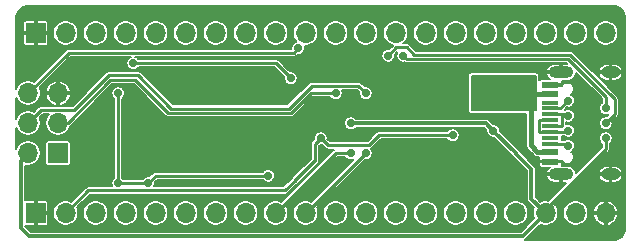
<source format=gbr>
%TF.GenerationSoftware,KiCad,Pcbnew,5.1.7+dfsg1-1*%
%TF.CreationDate,2020-10-11T16:52:52+08:00*%
%TF.ProjectId,gp,67702e6b-6963-4616-945f-706362585858,c*%
%TF.SameCoordinates,Original*%
%TF.FileFunction,Copper,L2,Bot*%
%TF.FilePolarity,Positive*%
%FSLAX46Y46*%
G04 Gerber Fmt 4.6, Leading zero omitted, Abs format (unit mm)*
G04 Created by KiCad (PCBNEW 5.1.7+dfsg1-1) date 2020-10-11 16:52:52*
%MOMM*%
%LPD*%
G01*
G04 APERTURE LIST*
%TA.AperFunction,ComponentPad*%
%ADD10O,1.700000X1.700000*%
%TD*%
%TA.AperFunction,ComponentPad*%
%ADD11R,1.700000X1.700000*%
%TD*%
%TA.AperFunction,SMDPad,CuDef*%
%ADD12R,1.450000X0.600000*%
%TD*%
%TA.AperFunction,SMDPad,CuDef*%
%ADD13R,1.450000X0.300000*%
%TD*%
%TA.AperFunction,ComponentPad*%
%ADD14O,2.100000X1.000000*%
%TD*%
%TA.AperFunction,ComponentPad*%
%ADD15O,1.600000X1.000000*%
%TD*%
%TA.AperFunction,ViaPad*%
%ADD16C,0.700000*%
%TD*%
%TA.AperFunction,Conductor*%
%ADD17C,0.381000*%
%TD*%
%TA.AperFunction,Conductor*%
%ADD18C,0.228600*%
%TD*%
%TA.AperFunction,Conductor*%
%ADD19C,0.304800*%
%TD*%
%TA.AperFunction,Conductor*%
%ADD20C,0.152400*%
%TD*%
%TA.AperFunction,Conductor*%
%ADD21C,0.100000*%
%TD*%
G04 APERTURE END LIST*
D10*
%TO.P,J2,6*%
%TO.N,B3*%
X153035000Y-99060000D03*
%TO.P,J2,5*%
%TO.N,GND*%
X155575000Y-99060000D03*
%TO.P,J2,4*%
%TO.N,SWDIO*%
X153035000Y-101600000D03*
%TO.P,J2,3*%
%TO.N,SWCLK*%
X155575000Y-101600000D03*
%TO.P,J2,2*%
%TO.N,+3V3*%
X153035000Y-104140000D03*
D11*
%TO.P,J2,1*%
%TO.N,RST*%
X155575000Y-104140000D03*
%TD*%
D12*
%TO.P,J1,B1*%
%TO.N,GND*%
X197250000Y-104850000D03*
%TO.P,J1,A9*%
%TO.N,VBUS*%
X197250000Y-104050000D03*
%TO.P,J1,B9*%
X197250000Y-99150000D03*
%TO.P,J1,B12*%
%TO.N,GND*%
X197250000Y-98350000D03*
%TO.P,J1,A1*%
X197250000Y-98350000D03*
%TO.P,J1,A4*%
%TO.N,VBUS*%
X197250000Y-99150000D03*
%TO.P,J1,B4*%
X197250000Y-104050000D03*
%TO.P,J1,A12*%
%TO.N,GND*%
X197250000Y-104850000D03*
D13*
%TO.P,J1,B8*%
%TO.N,Net-(J1-PadB8)*%
X197250000Y-99850000D03*
%TO.P,J1,A5*%
%TO.N,Net-(J1-PadA5)*%
X197250000Y-100350000D03*
%TO.P,J1,B7*%
%TO.N,Net-(J1-PadA7)*%
X197250000Y-100850000D03*
%TO.P,J1,A7*%
X197250000Y-101850000D03*
%TO.P,J1,B6*%
%TO.N,Net-(J1-PadA6)*%
X197250000Y-102350000D03*
%TO.P,J1,A8*%
%TO.N,Net-(J1-PadA8)*%
X197250000Y-102850000D03*
%TO.P,J1,B5*%
%TO.N,Net-(J1-PadB5)*%
X197250000Y-103350000D03*
%TO.P,J1,A6*%
%TO.N,Net-(J1-PadA6)*%
X197250000Y-101350000D03*
D14*
%TO.P,J1,S1*%
%TO.N,GND*%
X198165000Y-105920000D03*
X198165000Y-97280000D03*
D15*
X202345000Y-97280000D03*
X202345000Y-105920000D03*
%TD*%
D10*
%TO.P,J4,20*%
%TO.N,B12*%
X201930000Y-93980000D03*
%TO.P,J4,19*%
%TO.N,B13*%
X199390000Y-93980000D03*
%TO.P,J4,18*%
%TO.N,B14*%
X196850000Y-93980000D03*
%TO.P,J4,17*%
%TO.N,B15*%
X194310000Y-93980000D03*
%TO.P,J4,16*%
%TO.N,A8*%
X191770000Y-93980000D03*
%TO.P,J4,15*%
%TO.N,A9*%
X189230000Y-93980000D03*
%TO.P,J4,14*%
%TO.N,A10*%
X186690000Y-93980000D03*
%TO.P,J4,13*%
%TO.N,A11*%
X184150000Y-93980000D03*
%TO.P,J4,12*%
%TO.N,A12*%
X181610000Y-93980000D03*
%TO.P,J4,11*%
%TO.N,A15*%
X179070000Y-93980000D03*
%TO.P,J4,10*%
%TO.N,B3*%
X176530000Y-93980000D03*
%TO.P,J4,9*%
%TO.N,B4*%
X173990000Y-93980000D03*
%TO.P,J4,8*%
%TO.N,B5*%
X171450000Y-93980000D03*
%TO.P,J4,7*%
%TO.N,B6*%
X168910000Y-93980000D03*
%TO.P,J4,6*%
%TO.N,B7*%
X166370000Y-93980000D03*
%TO.P,J4,5*%
%TO.N,B8*%
X163830000Y-93980000D03*
%TO.P,J4,4*%
%TO.N,B9*%
X161290000Y-93980000D03*
%TO.P,J4,3*%
%TO.N,BO0*%
X158750000Y-93980000D03*
%TO.P,J4,2*%
%TO.N,RST*%
X156210000Y-93980000D03*
D11*
%TO.P,J4,1*%
%TO.N,GND*%
X153670000Y-93980000D03*
%TD*%
D10*
%TO.P,J3,20*%
%TO.N,GND*%
X201930000Y-109220000D03*
%TO.P,J3,19*%
%TO.N,+5V*%
X199390000Y-109220000D03*
%TO.P,J3,18*%
%TO.N,+3V3*%
X196850000Y-109220000D03*
%TO.P,J3,17*%
%TO.N,B11*%
X194310000Y-109220000D03*
%TO.P,J3,16*%
%TO.N,B10*%
X191770000Y-109220000D03*
%TO.P,J3,15*%
%TO.N,B2*%
X189230000Y-109220000D03*
%TO.P,J3,14*%
%TO.N,B1*%
X186690000Y-109220000D03*
%TO.P,J3,13*%
%TO.N,B0*%
X184150000Y-109220000D03*
%TO.P,J3,12*%
%TO.N,A7*%
X181610000Y-109220000D03*
%TO.P,J3,11*%
%TO.N,A6*%
X179070000Y-109220000D03*
%TO.P,J3,10*%
%TO.N,A5*%
X176530000Y-109220000D03*
%TO.P,J3,9*%
%TO.N,A4*%
X173990000Y-109220000D03*
%TO.P,J3,8*%
%TO.N,A3*%
X171450000Y-109220000D03*
%TO.P,J3,7*%
%TO.N,A2*%
X168910000Y-109220000D03*
%TO.P,J3,6*%
%TO.N,A1*%
X166370000Y-109220000D03*
%TO.P,J3,5*%
%TO.N,A0*%
X163830000Y-109220000D03*
%TO.P,J3,4*%
%TO.N,C15*%
X161290000Y-109220000D03*
%TO.P,J3,3*%
%TO.N,C14*%
X158750000Y-109220000D03*
%TO.P,J3,2*%
%TO.N,C13*%
X156210000Y-109220000D03*
D11*
%TO.P,J3,1*%
%TO.N,GND*%
X153670000Y-109220000D03*
%TD*%
D16*
%TO.N,GND*%
X193675000Y-104775000D03*
X191135000Y-104775000D03*
X191135000Y-106045000D03*
X179070000Y-100330000D03*
X181610000Y-102870000D03*
X181610000Y-100330000D03*
X179070000Y-102870000D03*
X170180000Y-103505000D03*
X170180000Y-98425000D03*
X174625000Y-106045000D03*
X173990000Y-99060000D03*
X193675000Y-106045000D03*
X192405000Y-104775000D03*
X163195000Y-102870000D03*
X158750000Y-104775000D03*
X180340000Y-106680000D03*
%TO.N,VBUS*%
X194310000Y-99060000D03*
X195580000Y-99060000D03*
%TO.N,+3V3*%
X180340000Y-101600000D03*
X192405000Y-102235000D03*
X201930000Y-102870000D03*
%TO.N,C13*%
X177800000Y-102870000D03*
X188976000Y-102616000D03*
%TO.N,B3*%
X175895000Y-95250000D03*
%TO.N,A12*%
X201930000Y-101600000D03*
X183515000Y-95885000D03*
%TO.N,A11*%
X201930000Y-100330000D03*
X184785000Y-95885000D03*
%TO.N,A5*%
X181610000Y-104140000D03*
%TO.N,A4*%
X180340000Y-104140000D03*
%TO.N,BO0*%
X175260000Y-97790000D03*
X161925000Y-96520000D03*
%TO.N,SWCLK*%
X179070000Y-99060000D03*
%TO.N,SWDIO*%
X181610000Y-99060000D03*
%TO.N,RST*%
X173355000Y-106045000D03*
X163195000Y-106680000D03*
X160655000Y-106680000D03*
X160655000Y-99060000D03*
%TO.N,Net-(J1-PadA5)*%
X198755000Y-99695000D03*
%TO.N,Net-(J1-PadB5)*%
X198755000Y-103505000D03*
%TO.N,Net-(J1-PadA7)*%
X198755000Y-100965000D03*
%TO.N,Net-(J1-PadA6)*%
X198755000Y-102235000D03*
%TD*%
D17*
%TO.N,VBUS*%
X195580000Y-103486000D02*
X195580000Y-100330000D01*
X196144000Y-104050000D02*
X195580000Y-103486000D01*
X197250000Y-104050000D02*
X196144000Y-104050000D01*
X195670000Y-99150000D02*
X195580000Y-99060000D01*
X197250000Y-99150000D02*
X195670000Y-99150000D01*
X195580000Y-100330000D02*
X194310000Y-99060000D01*
X194310000Y-99060000D02*
X195580000Y-99060000D01*
D18*
%TO.N,+3V3*%
X196850000Y-108869291D02*
X196850000Y-109220000D01*
X201930000Y-103789291D02*
X196850000Y-108869291D01*
X201930000Y-102870000D02*
X201930000Y-103789291D01*
D19*
X191770000Y-101600000D02*
X180340000Y-101600000D01*
X191770000Y-101600000D02*
X192405000Y-102235000D01*
X152400000Y-104775000D02*
X153035000Y-104140000D01*
X153080000Y-111170000D02*
X152400000Y-110490000D01*
X194900000Y-111170000D02*
X153080000Y-111170000D01*
X152400000Y-110490000D02*
X152400000Y-104775000D01*
X196850000Y-109220000D02*
X194900000Y-111170000D01*
X194329801Y-104159801D02*
X194329801Y-104179801D01*
X192405000Y-102235000D02*
X194329801Y-104159801D01*
X194329801Y-104179801D02*
X195640000Y-105490000D01*
X195640000Y-108010000D02*
X196850000Y-109220000D01*
X195640000Y-105490000D02*
X195640000Y-108010000D01*
D18*
%TO.N,C13*%
X181906017Y-103486701D02*
X178416701Y-103486701D01*
X182776718Y-102616000D02*
X181906017Y-103486701D01*
X188976000Y-102616000D02*
X182776718Y-102616000D01*
X178416701Y-103486701D02*
X177800000Y-102870000D01*
X177292000Y-103378000D02*
X177800000Y-102870000D01*
X177292000Y-104798000D02*
X177292000Y-103378000D01*
X174793299Y-107296701D02*
X175670000Y-106420000D01*
X158133299Y-107296701D02*
X174793299Y-107296701D01*
D19*
X177292000Y-104798000D02*
X175670000Y-106420000D01*
D18*
X158133299Y-107296701D02*
X156210000Y-109220000D01*
%TO.N,B3*%
X175895000Y-95250000D02*
X175525000Y-95620000D01*
X156475000Y-95620000D02*
X153035000Y-99060000D01*
X175525000Y-95620000D02*
X156475000Y-95620000D01*
%TO.N,A12*%
X202692000Y-99568002D02*
X198912990Y-95788991D01*
X202692000Y-100838000D02*
X202692000Y-99568002D01*
X201930000Y-101600000D02*
X202692000Y-100838000D01*
X198912990Y-95788991D02*
X185738991Y-95788991D01*
X185738991Y-95788991D02*
X185140000Y-95190000D01*
X184210000Y-95190000D02*
X183515000Y-95885000D01*
X185140000Y-95190000D02*
X184210000Y-95190000D01*
%TO.N,A11*%
X201930000Y-100330000D02*
X201930000Y-99344830D01*
X201930000Y-99344830D02*
X198755171Y-96170001D01*
X185070001Y-96170001D02*
X184785000Y-95885000D01*
X198755171Y-96170001D02*
X185070001Y-96170001D01*
%TO.N,A5*%
X176530000Y-109220000D02*
X181610000Y-104140000D01*
%TO.N,A4*%
X179070000Y-104140000D02*
X180340000Y-104140000D01*
X173990000Y-109220000D02*
X179070000Y-104140000D01*
%TO.N,BO0*%
X173990000Y-96520000D02*
X175260000Y-97790000D01*
X161925000Y-96520000D02*
X173990000Y-96520000D01*
%TO.N,SWCLK*%
X179070000Y-99060000D02*
X176960000Y-99060000D01*
X176960000Y-99060000D02*
X175280000Y-100740000D01*
X175280000Y-100740000D02*
X164880000Y-100740000D01*
X164880000Y-100740000D02*
X162110000Y-97970000D01*
X162110000Y-97970000D02*
X160000000Y-97970000D01*
X156370000Y-101600000D02*
X155575000Y-101600000D01*
X160000000Y-97970000D02*
X156370000Y-101600000D01*
%TO.N,SWDIO*%
X153035000Y-101600000D02*
X154151701Y-100483299D01*
X154151701Y-100483299D02*
X156947871Y-100483299D01*
X159902179Y-97528991D02*
X162327821Y-97528991D01*
X162327821Y-97528991D02*
X165157819Y-100358989D01*
X165157819Y-100358989D02*
X175122181Y-100358989D01*
X175122181Y-100358989D02*
X177037871Y-98443299D01*
X177037871Y-98443299D02*
X180993299Y-98443299D01*
X156947871Y-100483299D02*
X159902179Y-97528991D01*
X180993299Y-98443299D02*
X181610000Y-99060000D01*
%TO.N,RST*%
X163830000Y-106045000D02*
X163195000Y-106680000D01*
X173355000Y-106045000D02*
X163830000Y-106045000D01*
X163195000Y-106680000D02*
X160655000Y-106680000D01*
X160655000Y-106680000D02*
X160655000Y-99060000D01*
%TO.N,Net-(J1-PadA5)*%
X198100000Y-100350000D02*
X198755000Y-99695000D01*
X197250000Y-100350000D02*
X198100000Y-100350000D01*
%TO.N,Net-(J1-PadB5)*%
X198600000Y-103350000D02*
X198755000Y-103505000D01*
X197250000Y-103350000D02*
X198600000Y-103350000D01*
%TO.N,Net-(J1-PadA7)*%
X198203600Y-100850000D02*
X197250000Y-100850000D01*
X198241701Y-100888101D02*
X198203600Y-100850000D01*
X198241701Y-101811899D02*
X198241701Y-100888101D01*
X198203600Y-101850000D02*
X198241701Y-101811899D01*
X197250000Y-101850000D02*
X198203600Y-101850000D01*
X198640000Y-100850000D02*
X198755000Y-100965000D01*
X198203600Y-100850000D02*
X198640000Y-100850000D01*
%TO.N,Net-(J1-PadA6)*%
X196296400Y-102350000D02*
X197250000Y-102350000D01*
X196258299Y-102311899D02*
X196296400Y-102350000D01*
X196258299Y-101388101D02*
X196258299Y-102311899D01*
X196296400Y-101350000D02*
X196258299Y-101388101D01*
X197250000Y-101350000D02*
X196296400Y-101350000D01*
X198640000Y-102350000D02*
X198755000Y-102235000D01*
X197250000Y-102350000D02*
X198640000Y-102350000D01*
%TD*%
D20*
%TO.N,GND*%
X202762186Y-91714151D02*
X202951854Y-91771415D01*
X203126795Y-91864433D01*
X203280334Y-91989656D01*
X203406626Y-92142317D01*
X203500861Y-92316602D01*
X203559449Y-92505866D01*
X203581400Y-92714721D01*
X203581401Y-110477583D01*
X203560849Y-110687186D01*
X203503584Y-110876856D01*
X203410566Y-111051797D01*
X203285344Y-111205334D01*
X203132683Y-111331626D01*
X202958398Y-111425861D01*
X202769134Y-111484449D01*
X202560279Y-111506400D01*
X195078875Y-111506400D01*
X195112696Y-111488322D01*
X195170711Y-111440711D01*
X195182646Y-111426168D01*
X196405475Y-110203340D01*
X196535384Y-110257150D01*
X196743767Y-110298600D01*
X196956233Y-110298600D01*
X197164616Y-110257150D01*
X197360909Y-110175843D01*
X197537567Y-110057803D01*
X197687803Y-109907567D01*
X197805843Y-109730909D01*
X197887150Y-109534616D01*
X197928600Y-109326233D01*
X197928600Y-109113767D01*
X198311400Y-109113767D01*
X198311400Y-109326233D01*
X198352850Y-109534616D01*
X198434157Y-109730909D01*
X198552197Y-109907567D01*
X198702433Y-110057803D01*
X198879091Y-110175843D01*
X199075384Y-110257150D01*
X199283767Y-110298600D01*
X199496233Y-110298600D01*
X199704616Y-110257150D01*
X199900909Y-110175843D01*
X200077567Y-110057803D01*
X200227803Y-109907567D01*
X200345843Y-109730909D01*
X200427150Y-109534616D01*
X200441281Y-109463571D01*
X200879258Y-109463571D01*
X200946966Y-109663880D01*
X201052451Y-109847131D01*
X201191660Y-110006282D01*
X201359243Y-110135217D01*
X201548760Y-110228981D01*
X201686430Y-110270739D01*
X201853800Y-110238604D01*
X201853800Y-109296200D01*
X202006200Y-109296200D01*
X202006200Y-110238604D01*
X202173570Y-110270739D01*
X202311240Y-110228981D01*
X202500757Y-110135217D01*
X202668340Y-110006282D01*
X202807549Y-109847131D01*
X202913034Y-109663880D01*
X202980742Y-109463571D01*
X202948759Y-109296200D01*
X202006200Y-109296200D01*
X201853800Y-109296200D01*
X200911241Y-109296200D01*
X200879258Y-109463571D01*
X200441281Y-109463571D01*
X200468600Y-109326233D01*
X200468600Y-109113767D01*
X200441282Y-108976429D01*
X200879258Y-108976429D01*
X200911241Y-109143800D01*
X201853800Y-109143800D01*
X201853800Y-108201396D01*
X202006200Y-108201396D01*
X202006200Y-109143800D01*
X202948759Y-109143800D01*
X202980742Y-108976429D01*
X202913034Y-108776120D01*
X202807549Y-108592869D01*
X202668340Y-108433718D01*
X202500757Y-108304783D01*
X202311240Y-108211019D01*
X202173570Y-108169261D01*
X202006200Y-108201396D01*
X201853800Y-108201396D01*
X201686430Y-108169261D01*
X201548760Y-108211019D01*
X201359243Y-108304783D01*
X201191660Y-108433718D01*
X201052451Y-108592869D01*
X200946966Y-108776120D01*
X200879258Y-108976429D01*
X200441282Y-108976429D01*
X200427150Y-108905384D01*
X200345843Y-108709091D01*
X200227803Y-108532433D01*
X200077567Y-108382197D01*
X199900909Y-108264157D01*
X199704616Y-108182850D01*
X199496233Y-108141400D01*
X199283767Y-108141400D01*
X199075384Y-108182850D01*
X198879091Y-108264157D01*
X198702433Y-108382197D01*
X198552197Y-108532433D01*
X198434157Y-108709091D01*
X198352850Y-108905384D01*
X198311400Y-109113767D01*
X197928600Y-109113767D01*
X197887150Y-108905384D01*
X197805843Y-108709091D01*
X197687803Y-108532433D01*
X197679797Y-108524427D01*
X200095609Y-106108615D01*
X201341237Y-106108615D01*
X201342700Y-106128423D01*
X201396856Y-106261430D01*
X201475920Y-106381316D01*
X201576853Y-106483474D01*
X201695777Y-106563978D01*
X201828121Y-106619734D01*
X201968800Y-106648600D01*
X202268800Y-106648600D01*
X202268800Y-105996200D01*
X202421200Y-105996200D01*
X202421200Y-106648600D01*
X202721200Y-106648600D01*
X202861879Y-106619734D01*
X202994223Y-106563978D01*
X203113147Y-106483474D01*
X203214080Y-106381316D01*
X203293144Y-106261430D01*
X203347300Y-106128423D01*
X203348763Y-106108615D01*
X203312112Y-105996200D01*
X202421200Y-105996200D01*
X202268800Y-105996200D01*
X201377888Y-105996200D01*
X201341237Y-106108615D01*
X200095609Y-106108615D01*
X200472839Y-105731385D01*
X201341237Y-105731385D01*
X201377888Y-105843800D01*
X202268800Y-105843800D01*
X202268800Y-105191400D01*
X202421200Y-105191400D01*
X202421200Y-105843800D01*
X203312112Y-105843800D01*
X203348763Y-105731385D01*
X203347300Y-105711577D01*
X203293144Y-105578570D01*
X203214080Y-105458684D01*
X203113147Y-105356526D01*
X202994223Y-105276022D01*
X202861879Y-105220266D01*
X202721200Y-105191400D01*
X202421200Y-105191400D01*
X202268800Y-105191400D01*
X201968800Y-105191400D01*
X201828121Y-105220266D01*
X201695777Y-105276022D01*
X201576853Y-105356526D01*
X201475920Y-105458684D01*
X201396856Y-105578570D01*
X201342700Y-105711577D01*
X201341237Y-105731385D01*
X200472839Y-105731385D01*
X202160557Y-104043668D01*
X202173640Y-104032931D01*
X202216490Y-103980718D01*
X202248331Y-103921148D01*
X202267938Y-103856511D01*
X202272900Y-103806134D01*
X202274559Y-103789291D01*
X202272900Y-103772448D01*
X202272900Y-103336758D01*
X202298836Y-103319428D01*
X202379428Y-103238836D01*
X202442749Y-103144070D01*
X202486365Y-103038772D01*
X202508600Y-102926987D01*
X202508600Y-102813013D01*
X202486365Y-102701228D01*
X202442749Y-102595930D01*
X202379428Y-102501164D01*
X202298836Y-102420572D01*
X202204070Y-102357251D01*
X202098772Y-102313635D01*
X201986987Y-102291400D01*
X201873013Y-102291400D01*
X201761228Y-102313635D01*
X201655930Y-102357251D01*
X201561164Y-102420572D01*
X201480572Y-102501164D01*
X201417251Y-102595930D01*
X201373635Y-102701228D01*
X201351400Y-102813013D01*
X201351400Y-102926987D01*
X201373635Y-103038772D01*
X201417251Y-103144070D01*
X201480572Y-103238836D01*
X201561164Y-103319428D01*
X201587101Y-103336758D01*
X201587101Y-103647256D01*
X199390559Y-105843798D01*
X199382113Y-105843798D01*
X199418763Y-105731385D01*
X199417300Y-105711577D01*
X199363144Y-105578570D01*
X199284080Y-105458684D01*
X199183147Y-105356526D01*
X199064223Y-105276022D01*
X198931879Y-105220266D01*
X198791200Y-105191400D01*
X198200628Y-105191400D01*
X198204706Y-105150000D01*
X198203600Y-104983350D01*
X198146450Y-104926200D01*
X197326200Y-104926200D01*
X197326200Y-104946200D01*
X197173800Y-104946200D01*
X197173800Y-104926200D01*
X196353550Y-104926200D01*
X196296400Y-104983350D01*
X196295294Y-105150000D01*
X196299708Y-105194813D01*
X196312779Y-105237905D01*
X196334006Y-105277618D01*
X196362573Y-105312427D01*
X196397382Y-105340994D01*
X196437095Y-105362221D01*
X196480187Y-105375292D01*
X196525000Y-105379706D01*
X197116650Y-105378600D01*
X197173798Y-105321452D01*
X197173798Y-105338286D01*
X197146853Y-105356526D01*
X197045920Y-105458684D01*
X196966856Y-105578570D01*
X196912700Y-105711577D01*
X196911237Y-105731385D01*
X196947888Y-105843800D01*
X198088800Y-105843800D01*
X198088800Y-105823800D01*
X198241200Y-105823800D01*
X198241200Y-105843800D01*
X198261200Y-105843800D01*
X198261200Y-105996200D01*
X198241200Y-105996200D01*
X198241200Y-106648600D01*
X198585758Y-106648600D01*
X197070274Y-108164084D01*
X196956233Y-108141400D01*
X196743767Y-108141400D01*
X196535384Y-108182850D01*
X196405475Y-108236660D01*
X196021000Y-107852186D01*
X196021000Y-106108615D01*
X196911237Y-106108615D01*
X196912700Y-106128423D01*
X196966856Y-106261430D01*
X197045920Y-106381316D01*
X197146853Y-106483474D01*
X197265777Y-106563978D01*
X197398121Y-106619734D01*
X197538800Y-106648600D01*
X198088800Y-106648600D01*
X198088800Y-105996200D01*
X196947888Y-105996200D01*
X196911237Y-106108615D01*
X196021000Y-106108615D01*
X196021000Y-105508709D01*
X196022843Y-105489999D01*
X196021000Y-105471287D01*
X196015487Y-105415311D01*
X195993701Y-105343492D01*
X195958323Y-105277305D01*
X195958322Y-105277303D01*
X195934250Y-105247972D01*
X195910711Y-105219289D01*
X195896175Y-105207360D01*
X194662138Y-103973324D01*
X194648123Y-103947104D01*
X194612440Y-103903625D01*
X194600512Y-103889090D01*
X194585976Y-103877161D01*
X192983600Y-102274786D01*
X192983600Y-102178013D01*
X192961365Y-102066228D01*
X192917749Y-101960930D01*
X192854428Y-101866164D01*
X192773836Y-101785572D01*
X192679070Y-101722251D01*
X192573772Y-101678635D01*
X192461987Y-101656400D01*
X192365215Y-101656400D01*
X192052645Y-101343831D01*
X192040711Y-101329289D01*
X191982696Y-101281678D01*
X191916508Y-101246299D01*
X191844689Y-101224513D01*
X191788713Y-101219000D01*
X191788710Y-101219000D01*
X191770000Y-101217157D01*
X191751290Y-101219000D01*
X180777264Y-101219000D01*
X180708836Y-101150572D01*
X180614070Y-101087251D01*
X180508772Y-101043635D01*
X180396987Y-101021400D01*
X180283013Y-101021400D01*
X180171228Y-101043635D01*
X180065930Y-101087251D01*
X179971164Y-101150572D01*
X179890572Y-101231164D01*
X179827251Y-101325930D01*
X179783635Y-101431228D01*
X179761400Y-101543013D01*
X179761400Y-101656987D01*
X179783635Y-101768772D01*
X179827251Y-101874070D01*
X179890572Y-101968836D01*
X179971164Y-102049428D01*
X180065930Y-102112749D01*
X180171228Y-102156365D01*
X180283013Y-102178600D01*
X180396987Y-102178600D01*
X180508772Y-102156365D01*
X180614070Y-102112749D01*
X180708836Y-102049428D01*
X180777264Y-101981000D01*
X191612186Y-101981000D01*
X191826400Y-102195215D01*
X191826400Y-102291987D01*
X191848635Y-102403772D01*
X191892251Y-102509070D01*
X191955572Y-102603836D01*
X192036164Y-102684428D01*
X192130930Y-102747749D01*
X192236228Y-102791365D01*
X192348013Y-102813600D01*
X192444786Y-102813600D01*
X193997466Y-104366281D01*
X194011479Y-104392497D01*
X194059090Y-104450512D01*
X194073632Y-104462446D01*
X195259000Y-105647815D01*
X195259001Y-107991280D01*
X195257157Y-108010000D01*
X195264514Y-108084688D01*
X195286299Y-108156507D01*
X195321678Y-108222696D01*
X195351010Y-108258437D01*
X195369290Y-108280711D01*
X195383827Y-108292641D01*
X195866660Y-108775475D01*
X195812850Y-108905384D01*
X195771400Y-109113767D01*
X195771400Y-109326233D01*
X195812850Y-109534616D01*
X195866660Y-109664525D01*
X194742186Y-110789000D01*
X153237815Y-110789000D01*
X152781000Y-110332186D01*
X152781000Y-110295865D01*
X152820000Y-110299706D01*
X153536650Y-110298600D01*
X153593800Y-110241450D01*
X153593800Y-109296200D01*
X153746200Y-109296200D01*
X153746200Y-110241450D01*
X153803350Y-110298600D01*
X154520000Y-110299706D01*
X154564813Y-110295292D01*
X154607905Y-110282221D01*
X154647618Y-110260994D01*
X154682427Y-110232427D01*
X154710994Y-110197618D01*
X154732221Y-110157905D01*
X154745292Y-110114813D01*
X154749706Y-110070000D01*
X154748600Y-109353350D01*
X154691450Y-109296200D01*
X153746200Y-109296200D01*
X153593800Y-109296200D01*
X153573800Y-109296200D01*
X153573800Y-109143800D01*
X153593800Y-109143800D01*
X153593800Y-108198550D01*
X153746200Y-108198550D01*
X153746200Y-109143800D01*
X154691450Y-109143800D01*
X154721483Y-109113767D01*
X155131400Y-109113767D01*
X155131400Y-109326233D01*
X155172850Y-109534616D01*
X155254157Y-109730909D01*
X155372197Y-109907567D01*
X155522433Y-110057803D01*
X155699091Y-110175843D01*
X155895384Y-110257150D01*
X156103767Y-110298600D01*
X156316233Y-110298600D01*
X156524616Y-110257150D01*
X156720909Y-110175843D01*
X156897567Y-110057803D01*
X157047803Y-109907567D01*
X157165843Y-109730909D01*
X157247150Y-109534616D01*
X157288600Y-109326233D01*
X157288600Y-109113767D01*
X157671400Y-109113767D01*
X157671400Y-109326233D01*
X157712850Y-109534616D01*
X157794157Y-109730909D01*
X157912197Y-109907567D01*
X158062433Y-110057803D01*
X158239091Y-110175843D01*
X158435384Y-110257150D01*
X158643767Y-110298600D01*
X158856233Y-110298600D01*
X159064616Y-110257150D01*
X159260909Y-110175843D01*
X159437567Y-110057803D01*
X159587803Y-109907567D01*
X159705843Y-109730909D01*
X159787150Y-109534616D01*
X159828600Y-109326233D01*
X159828600Y-109113767D01*
X160211400Y-109113767D01*
X160211400Y-109326233D01*
X160252850Y-109534616D01*
X160334157Y-109730909D01*
X160452197Y-109907567D01*
X160602433Y-110057803D01*
X160779091Y-110175843D01*
X160975384Y-110257150D01*
X161183767Y-110298600D01*
X161396233Y-110298600D01*
X161604616Y-110257150D01*
X161800909Y-110175843D01*
X161977567Y-110057803D01*
X162127803Y-109907567D01*
X162245843Y-109730909D01*
X162327150Y-109534616D01*
X162368600Y-109326233D01*
X162368600Y-109113767D01*
X162751400Y-109113767D01*
X162751400Y-109326233D01*
X162792850Y-109534616D01*
X162874157Y-109730909D01*
X162992197Y-109907567D01*
X163142433Y-110057803D01*
X163319091Y-110175843D01*
X163515384Y-110257150D01*
X163723767Y-110298600D01*
X163936233Y-110298600D01*
X164144616Y-110257150D01*
X164340909Y-110175843D01*
X164517567Y-110057803D01*
X164667803Y-109907567D01*
X164785843Y-109730909D01*
X164867150Y-109534616D01*
X164908600Y-109326233D01*
X164908600Y-109113767D01*
X165291400Y-109113767D01*
X165291400Y-109326233D01*
X165332850Y-109534616D01*
X165414157Y-109730909D01*
X165532197Y-109907567D01*
X165682433Y-110057803D01*
X165859091Y-110175843D01*
X166055384Y-110257150D01*
X166263767Y-110298600D01*
X166476233Y-110298600D01*
X166684616Y-110257150D01*
X166880909Y-110175843D01*
X167057567Y-110057803D01*
X167207803Y-109907567D01*
X167325843Y-109730909D01*
X167407150Y-109534616D01*
X167448600Y-109326233D01*
X167448600Y-109113767D01*
X167831400Y-109113767D01*
X167831400Y-109326233D01*
X167872850Y-109534616D01*
X167954157Y-109730909D01*
X168072197Y-109907567D01*
X168222433Y-110057803D01*
X168399091Y-110175843D01*
X168595384Y-110257150D01*
X168803767Y-110298600D01*
X169016233Y-110298600D01*
X169224616Y-110257150D01*
X169420909Y-110175843D01*
X169597567Y-110057803D01*
X169747803Y-109907567D01*
X169865843Y-109730909D01*
X169947150Y-109534616D01*
X169988600Y-109326233D01*
X169988600Y-109113767D01*
X170371400Y-109113767D01*
X170371400Y-109326233D01*
X170412850Y-109534616D01*
X170494157Y-109730909D01*
X170612197Y-109907567D01*
X170762433Y-110057803D01*
X170939091Y-110175843D01*
X171135384Y-110257150D01*
X171343767Y-110298600D01*
X171556233Y-110298600D01*
X171764616Y-110257150D01*
X171960909Y-110175843D01*
X172137567Y-110057803D01*
X172287803Y-109907567D01*
X172405843Y-109730909D01*
X172487150Y-109534616D01*
X172528600Y-109326233D01*
X172528600Y-109113767D01*
X172487150Y-108905384D01*
X172405843Y-108709091D01*
X172287803Y-108532433D01*
X172137567Y-108382197D01*
X171960909Y-108264157D01*
X171764616Y-108182850D01*
X171556233Y-108141400D01*
X171343767Y-108141400D01*
X171135384Y-108182850D01*
X170939091Y-108264157D01*
X170762433Y-108382197D01*
X170612197Y-108532433D01*
X170494157Y-108709091D01*
X170412850Y-108905384D01*
X170371400Y-109113767D01*
X169988600Y-109113767D01*
X169947150Y-108905384D01*
X169865843Y-108709091D01*
X169747803Y-108532433D01*
X169597567Y-108382197D01*
X169420909Y-108264157D01*
X169224616Y-108182850D01*
X169016233Y-108141400D01*
X168803767Y-108141400D01*
X168595384Y-108182850D01*
X168399091Y-108264157D01*
X168222433Y-108382197D01*
X168072197Y-108532433D01*
X167954157Y-108709091D01*
X167872850Y-108905384D01*
X167831400Y-109113767D01*
X167448600Y-109113767D01*
X167407150Y-108905384D01*
X167325843Y-108709091D01*
X167207803Y-108532433D01*
X167057567Y-108382197D01*
X166880909Y-108264157D01*
X166684616Y-108182850D01*
X166476233Y-108141400D01*
X166263767Y-108141400D01*
X166055384Y-108182850D01*
X165859091Y-108264157D01*
X165682433Y-108382197D01*
X165532197Y-108532433D01*
X165414157Y-108709091D01*
X165332850Y-108905384D01*
X165291400Y-109113767D01*
X164908600Y-109113767D01*
X164867150Y-108905384D01*
X164785843Y-108709091D01*
X164667803Y-108532433D01*
X164517567Y-108382197D01*
X164340909Y-108264157D01*
X164144616Y-108182850D01*
X163936233Y-108141400D01*
X163723767Y-108141400D01*
X163515384Y-108182850D01*
X163319091Y-108264157D01*
X163142433Y-108382197D01*
X162992197Y-108532433D01*
X162874157Y-108709091D01*
X162792850Y-108905384D01*
X162751400Y-109113767D01*
X162368600Y-109113767D01*
X162327150Y-108905384D01*
X162245843Y-108709091D01*
X162127803Y-108532433D01*
X161977567Y-108382197D01*
X161800909Y-108264157D01*
X161604616Y-108182850D01*
X161396233Y-108141400D01*
X161183767Y-108141400D01*
X160975384Y-108182850D01*
X160779091Y-108264157D01*
X160602433Y-108382197D01*
X160452197Y-108532433D01*
X160334157Y-108709091D01*
X160252850Y-108905384D01*
X160211400Y-109113767D01*
X159828600Y-109113767D01*
X159787150Y-108905384D01*
X159705843Y-108709091D01*
X159587803Y-108532433D01*
X159437567Y-108382197D01*
X159260909Y-108264157D01*
X159064616Y-108182850D01*
X158856233Y-108141400D01*
X158643767Y-108141400D01*
X158435384Y-108182850D01*
X158239091Y-108264157D01*
X158062433Y-108382197D01*
X157912197Y-108532433D01*
X157794157Y-108709091D01*
X157712850Y-108905384D01*
X157671400Y-109113767D01*
X157288600Y-109113767D01*
X157247150Y-108905384D01*
X157177559Y-108737375D01*
X158275333Y-107639601D01*
X174776464Y-107639601D01*
X174793299Y-107641259D01*
X174810134Y-107639601D01*
X174810142Y-107639601D01*
X174860519Y-107634639D01*
X174925156Y-107615032D01*
X174984726Y-107583191D01*
X175036939Y-107540341D01*
X175047680Y-107527253D01*
X175794582Y-106780351D01*
X175816507Y-106773701D01*
X175882696Y-106738322D01*
X175926175Y-106702639D01*
X177574639Y-105054176D01*
X177610322Y-105010697D01*
X177645700Y-104944508D01*
X177667486Y-104872690D01*
X177674842Y-104798001D01*
X177667486Y-104723312D01*
X177645700Y-104651493D01*
X177634900Y-104631287D01*
X177634900Y-103520033D01*
X177712419Y-103442515D01*
X177743013Y-103448600D01*
X177856987Y-103448600D01*
X177887581Y-103442515D01*
X178162324Y-103717258D01*
X178173061Y-103730341D01*
X178208440Y-103759376D01*
X178225274Y-103773191D01*
X178284844Y-103805032D01*
X178349481Y-103824639D01*
X178416701Y-103831260D01*
X178433544Y-103829601D01*
X178923303Y-103829601D01*
X178878573Y-103853510D01*
X178826360Y-103896360D01*
X178815623Y-103909443D01*
X174472625Y-108252442D01*
X174304616Y-108182850D01*
X174096233Y-108141400D01*
X173883767Y-108141400D01*
X173675384Y-108182850D01*
X173479091Y-108264157D01*
X173302433Y-108382197D01*
X173152197Y-108532433D01*
X173034157Y-108709091D01*
X172952850Y-108905384D01*
X172911400Y-109113767D01*
X172911400Y-109326233D01*
X172952850Y-109534616D01*
X173034157Y-109730909D01*
X173152197Y-109907567D01*
X173302433Y-110057803D01*
X173479091Y-110175843D01*
X173675384Y-110257150D01*
X173883767Y-110298600D01*
X174096233Y-110298600D01*
X174304616Y-110257150D01*
X174500909Y-110175843D01*
X174677567Y-110057803D01*
X174827803Y-109907567D01*
X174945843Y-109730909D01*
X175027150Y-109534616D01*
X175068600Y-109326233D01*
X175068600Y-109113767D01*
X175027150Y-108905384D01*
X174957558Y-108737375D01*
X179212034Y-104482900D01*
X179873242Y-104482900D01*
X179890572Y-104508836D01*
X179971164Y-104589428D01*
X180065930Y-104652749D01*
X180171228Y-104696365D01*
X180283013Y-104718600D01*
X180396987Y-104718600D01*
X180508772Y-104696365D01*
X180611078Y-104653988D01*
X177012625Y-108252442D01*
X176844616Y-108182850D01*
X176636233Y-108141400D01*
X176423767Y-108141400D01*
X176215384Y-108182850D01*
X176019091Y-108264157D01*
X175842433Y-108382197D01*
X175692197Y-108532433D01*
X175574157Y-108709091D01*
X175492850Y-108905384D01*
X175451400Y-109113767D01*
X175451400Y-109326233D01*
X175492850Y-109534616D01*
X175574157Y-109730909D01*
X175692197Y-109907567D01*
X175842433Y-110057803D01*
X176019091Y-110175843D01*
X176215384Y-110257150D01*
X176423767Y-110298600D01*
X176636233Y-110298600D01*
X176844616Y-110257150D01*
X177040909Y-110175843D01*
X177217567Y-110057803D01*
X177367803Y-109907567D01*
X177485843Y-109730909D01*
X177567150Y-109534616D01*
X177608600Y-109326233D01*
X177608600Y-109113767D01*
X177991400Y-109113767D01*
X177991400Y-109326233D01*
X178032850Y-109534616D01*
X178114157Y-109730909D01*
X178232197Y-109907567D01*
X178382433Y-110057803D01*
X178559091Y-110175843D01*
X178755384Y-110257150D01*
X178963767Y-110298600D01*
X179176233Y-110298600D01*
X179384616Y-110257150D01*
X179580909Y-110175843D01*
X179757567Y-110057803D01*
X179907803Y-109907567D01*
X180025843Y-109730909D01*
X180107150Y-109534616D01*
X180148600Y-109326233D01*
X180148600Y-109113767D01*
X180531400Y-109113767D01*
X180531400Y-109326233D01*
X180572850Y-109534616D01*
X180654157Y-109730909D01*
X180772197Y-109907567D01*
X180922433Y-110057803D01*
X181099091Y-110175843D01*
X181295384Y-110257150D01*
X181503767Y-110298600D01*
X181716233Y-110298600D01*
X181924616Y-110257150D01*
X182120909Y-110175843D01*
X182297567Y-110057803D01*
X182447803Y-109907567D01*
X182565843Y-109730909D01*
X182647150Y-109534616D01*
X182688600Y-109326233D01*
X182688600Y-109113767D01*
X183071400Y-109113767D01*
X183071400Y-109326233D01*
X183112850Y-109534616D01*
X183194157Y-109730909D01*
X183312197Y-109907567D01*
X183462433Y-110057803D01*
X183639091Y-110175843D01*
X183835384Y-110257150D01*
X184043767Y-110298600D01*
X184256233Y-110298600D01*
X184464616Y-110257150D01*
X184660909Y-110175843D01*
X184837567Y-110057803D01*
X184987803Y-109907567D01*
X185105843Y-109730909D01*
X185187150Y-109534616D01*
X185228600Y-109326233D01*
X185228600Y-109113767D01*
X185611400Y-109113767D01*
X185611400Y-109326233D01*
X185652850Y-109534616D01*
X185734157Y-109730909D01*
X185852197Y-109907567D01*
X186002433Y-110057803D01*
X186179091Y-110175843D01*
X186375384Y-110257150D01*
X186583767Y-110298600D01*
X186796233Y-110298600D01*
X187004616Y-110257150D01*
X187200909Y-110175843D01*
X187377567Y-110057803D01*
X187527803Y-109907567D01*
X187645843Y-109730909D01*
X187727150Y-109534616D01*
X187768600Y-109326233D01*
X187768600Y-109113767D01*
X188151400Y-109113767D01*
X188151400Y-109326233D01*
X188192850Y-109534616D01*
X188274157Y-109730909D01*
X188392197Y-109907567D01*
X188542433Y-110057803D01*
X188719091Y-110175843D01*
X188915384Y-110257150D01*
X189123767Y-110298600D01*
X189336233Y-110298600D01*
X189544616Y-110257150D01*
X189740909Y-110175843D01*
X189917567Y-110057803D01*
X190067803Y-109907567D01*
X190185843Y-109730909D01*
X190267150Y-109534616D01*
X190308600Y-109326233D01*
X190308600Y-109113767D01*
X190691400Y-109113767D01*
X190691400Y-109326233D01*
X190732850Y-109534616D01*
X190814157Y-109730909D01*
X190932197Y-109907567D01*
X191082433Y-110057803D01*
X191259091Y-110175843D01*
X191455384Y-110257150D01*
X191663767Y-110298600D01*
X191876233Y-110298600D01*
X192084616Y-110257150D01*
X192280909Y-110175843D01*
X192457567Y-110057803D01*
X192607803Y-109907567D01*
X192725843Y-109730909D01*
X192807150Y-109534616D01*
X192848600Y-109326233D01*
X192848600Y-109113767D01*
X193231400Y-109113767D01*
X193231400Y-109326233D01*
X193272850Y-109534616D01*
X193354157Y-109730909D01*
X193472197Y-109907567D01*
X193622433Y-110057803D01*
X193799091Y-110175843D01*
X193995384Y-110257150D01*
X194203767Y-110298600D01*
X194416233Y-110298600D01*
X194624616Y-110257150D01*
X194820909Y-110175843D01*
X194997567Y-110057803D01*
X195147803Y-109907567D01*
X195265843Y-109730909D01*
X195347150Y-109534616D01*
X195388600Y-109326233D01*
X195388600Y-109113767D01*
X195347150Y-108905384D01*
X195265843Y-108709091D01*
X195147803Y-108532433D01*
X194997567Y-108382197D01*
X194820909Y-108264157D01*
X194624616Y-108182850D01*
X194416233Y-108141400D01*
X194203767Y-108141400D01*
X193995384Y-108182850D01*
X193799091Y-108264157D01*
X193622433Y-108382197D01*
X193472197Y-108532433D01*
X193354157Y-108709091D01*
X193272850Y-108905384D01*
X193231400Y-109113767D01*
X192848600Y-109113767D01*
X192807150Y-108905384D01*
X192725843Y-108709091D01*
X192607803Y-108532433D01*
X192457567Y-108382197D01*
X192280909Y-108264157D01*
X192084616Y-108182850D01*
X191876233Y-108141400D01*
X191663767Y-108141400D01*
X191455384Y-108182850D01*
X191259091Y-108264157D01*
X191082433Y-108382197D01*
X190932197Y-108532433D01*
X190814157Y-108709091D01*
X190732850Y-108905384D01*
X190691400Y-109113767D01*
X190308600Y-109113767D01*
X190267150Y-108905384D01*
X190185843Y-108709091D01*
X190067803Y-108532433D01*
X189917567Y-108382197D01*
X189740909Y-108264157D01*
X189544616Y-108182850D01*
X189336233Y-108141400D01*
X189123767Y-108141400D01*
X188915384Y-108182850D01*
X188719091Y-108264157D01*
X188542433Y-108382197D01*
X188392197Y-108532433D01*
X188274157Y-108709091D01*
X188192850Y-108905384D01*
X188151400Y-109113767D01*
X187768600Y-109113767D01*
X187727150Y-108905384D01*
X187645843Y-108709091D01*
X187527803Y-108532433D01*
X187377567Y-108382197D01*
X187200909Y-108264157D01*
X187004616Y-108182850D01*
X186796233Y-108141400D01*
X186583767Y-108141400D01*
X186375384Y-108182850D01*
X186179091Y-108264157D01*
X186002433Y-108382197D01*
X185852197Y-108532433D01*
X185734157Y-108709091D01*
X185652850Y-108905384D01*
X185611400Y-109113767D01*
X185228600Y-109113767D01*
X185187150Y-108905384D01*
X185105843Y-108709091D01*
X184987803Y-108532433D01*
X184837567Y-108382197D01*
X184660909Y-108264157D01*
X184464616Y-108182850D01*
X184256233Y-108141400D01*
X184043767Y-108141400D01*
X183835384Y-108182850D01*
X183639091Y-108264157D01*
X183462433Y-108382197D01*
X183312197Y-108532433D01*
X183194157Y-108709091D01*
X183112850Y-108905384D01*
X183071400Y-109113767D01*
X182688600Y-109113767D01*
X182647150Y-108905384D01*
X182565843Y-108709091D01*
X182447803Y-108532433D01*
X182297567Y-108382197D01*
X182120909Y-108264157D01*
X181924616Y-108182850D01*
X181716233Y-108141400D01*
X181503767Y-108141400D01*
X181295384Y-108182850D01*
X181099091Y-108264157D01*
X180922433Y-108382197D01*
X180772197Y-108532433D01*
X180654157Y-108709091D01*
X180572850Y-108905384D01*
X180531400Y-109113767D01*
X180148600Y-109113767D01*
X180107150Y-108905384D01*
X180025843Y-108709091D01*
X179907803Y-108532433D01*
X179757567Y-108382197D01*
X179580909Y-108264157D01*
X179384616Y-108182850D01*
X179176233Y-108141400D01*
X178963767Y-108141400D01*
X178755384Y-108182850D01*
X178559091Y-108264157D01*
X178382433Y-108382197D01*
X178232197Y-108532433D01*
X178114157Y-108709091D01*
X178032850Y-108905384D01*
X177991400Y-109113767D01*
X177608600Y-109113767D01*
X177567150Y-108905384D01*
X177497558Y-108737375D01*
X181522419Y-104712515D01*
X181553013Y-104718600D01*
X181666987Y-104718600D01*
X181778772Y-104696365D01*
X181884070Y-104652749D01*
X181978836Y-104589428D01*
X182059428Y-104508836D01*
X182122749Y-104414070D01*
X182166365Y-104308772D01*
X182188600Y-104196987D01*
X182188600Y-104083013D01*
X182166365Y-103971228D01*
X182122749Y-103865930D01*
X182070430Y-103787630D01*
X182097444Y-103773191D01*
X182149657Y-103730341D01*
X182160398Y-103717253D01*
X182918752Y-102958900D01*
X188509242Y-102958900D01*
X188526572Y-102984836D01*
X188607164Y-103065428D01*
X188701930Y-103128749D01*
X188807228Y-103172365D01*
X188919013Y-103194600D01*
X189032987Y-103194600D01*
X189144772Y-103172365D01*
X189250070Y-103128749D01*
X189344836Y-103065428D01*
X189425428Y-102984836D01*
X189488749Y-102890070D01*
X189532365Y-102784772D01*
X189554600Y-102672987D01*
X189554600Y-102559013D01*
X189532365Y-102447228D01*
X189488749Y-102341930D01*
X189425428Y-102247164D01*
X189344836Y-102166572D01*
X189250070Y-102103251D01*
X189144772Y-102059635D01*
X189032987Y-102037400D01*
X188919013Y-102037400D01*
X188807228Y-102059635D01*
X188701930Y-102103251D01*
X188607164Y-102166572D01*
X188526572Y-102247164D01*
X188509242Y-102273100D01*
X182793552Y-102273100D01*
X182776717Y-102271442D01*
X182759882Y-102273100D01*
X182759875Y-102273100D01*
X182709498Y-102278062D01*
X182644861Y-102297669D01*
X182585291Y-102329510D01*
X182533078Y-102372360D01*
X182522341Y-102385443D01*
X181763984Y-103143801D01*
X178558735Y-103143801D01*
X178372515Y-102957581D01*
X178378600Y-102926987D01*
X178378600Y-102813013D01*
X178356365Y-102701228D01*
X178312749Y-102595930D01*
X178249428Y-102501164D01*
X178168836Y-102420572D01*
X178074070Y-102357251D01*
X177968772Y-102313635D01*
X177856987Y-102291400D01*
X177743013Y-102291400D01*
X177631228Y-102313635D01*
X177525930Y-102357251D01*
X177431164Y-102420572D01*
X177350572Y-102501164D01*
X177287251Y-102595930D01*
X177243635Y-102701228D01*
X177221400Y-102813013D01*
X177221400Y-102926987D01*
X177227485Y-102957581D01*
X177061443Y-103123624D01*
X177048361Y-103134360D01*
X177005511Y-103186573D01*
X176984815Y-103225292D01*
X176973670Y-103246143D01*
X176954062Y-103310781D01*
X176947442Y-103378000D01*
X176949101Y-103394845D01*
X176949100Y-104602085D01*
X175387361Y-106163825D01*
X175351678Y-106207304D01*
X175316299Y-106273493D01*
X175309649Y-106295418D01*
X174651266Y-106953801D01*
X163707860Y-106953801D01*
X163751365Y-106848772D01*
X163773600Y-106736987D01*
X163773600Y-106623013D01*
X163767514Y-106592419D01*
X163972033Y-106387900D01*
X172888242Y-106387900D01*
X172905572Y-106413836D01*
X172986164Y-106494428D01*
X173080930Y-106557749D01*
X173186228Y-106601365D01*
X173298013Y-106623600D01*
X173411987Y-106623600D01*
X173523772Y-106601365D01*
X173629070Y-106557749D01*
X173723836Y-106494428D01*
X173804428Y-106413836D01*
X173867749Y-106319070D01*
X173911365Y-106213772D01*
X173933600Y-106101987D01*
X173933600Y-105988013D01*
X173911365Y-105876228D01*
X173867749Y-105770930D01*
X173804428Y-105676164D01*
X173723836Y-105595572D01*
X173629070Y-105532251D01*
X173523772Y-105488635D01*
X173411987Y-105466400D01*
X173298013Y-105466400D01*
X173186228Y-105488635D01*
X173080930Y-105532251D01*
X172986164Y-105595572D01*
X172905572Y-105676164D01*
X172888242Y-105702100D01*
X163846843Y-105702100D01*
X163830000Y-105700441D01*
X163813157Y-105702100D01*
X163762780Y-105707062D01*
X163698143Y-105726669D01*
X163638573Y-105758510D01*
X163586360Y-105801360D01*
X163575619Y-105814448D01*
X163282581Y-106107486D01*
X163251987Y-106101400D01*
X163138013Y-106101400D01*
X163026228Y-106123635D01*
X162920930Y-106167251D01*
X162826164Y-106230572D01*
X162745572Y-106311164D01*
X162728242Y-106337100D01*
X161121758Y-106337100D01*
X161104428Y-106311164D01*
X161023836Y-106230572D01*
X160997900Y-106213242D01*
X160997900Y-99526758D01*
X161023836Y-99509428D01*
X161104428Y-99428836D01*
X161167749Y-99334070D01*
X161211365Y-99228772D01*
X161233600Y-99116987D01*
X161233600Y-99003013D01*
X161211365Y-98891228D01*
X161167749Y-98785930D01*
X161104428Y-98691164D01*
X161023836Y-98610572D01*
X160929070Y-98547251D01*
X160823772Y-98503635D01*
X160711987Y-98481400D01*
X160598013Y-98481400D01*
X160486228Y-98503635D01*
X160380930Y-98547251D01*
X160286164Y-98610572D01*
X160205572Y-98691164D01*
X160142251Y-98785930D01*
X160098635Y-98891228D01*
X160076400Y-99003013D01*
X160076400Y-99116987D01*
X160098635Y-99228772D01*
X160142251Y-99334070D01*
X160205572Y-99428836D01*
X160286164Y-99509428D01*
X160312101Y-99526759D01*
X160312100Y-106213242D01*
X160286164Y-106230572D01*
X160205572Y-106311164D01*
X160142251Y-106405930D01*
X160098635Y-106511228D01*
X160076400Y-106623013D01*
X160076400Y-106736987D01*
X160098635Y-106848772D01*
X160142140Y-106953801D01*
X158150142Y-106953801D01*
X158133299Y-106952142D01*
X158116456Y-106953801D01*
X158066079Y-106958763D01*
X158001442Y-106978370D01*
X157941872Y-107010211D01*
X157889659Y-107053061D01*
X157878922Y-107066144D01*
X156692625Y-108252441D01*
X156524616Y-108182850D01*
X156316233Y-108141400D01*
X156103767Y-108141400D01*
X155895384Y-108182850D01*
X155699091Y-108264157D01*
X155522433Y-108382197D01*
X155372197Y-108532433D01*
X155254157Y-108709091D01*
X155172850Y-108905384D01*
X155131400Y-109113767D01*
X154721483Y-109113767D01*
X154748600Y-109086650D01*
X154749706Y-108370000D01*
X154745292Y-108325187D01*
X154732221Y-108282095D01*
X154710994Y-108242382D01*
X154682427Y-108207573D01*
X154647618Y-108179006D01*
X154607905Y-108157779D01*
X154564813Y-108144708D01*
X154520000Y-108140294D01*
X153803350Y-108141400D01*
X153746200Y-108198550D01*
X153593800Y-108198550D01*
X153536650Y-108141400D01*
X152820000Y-108140294D01*
X152781000Y-108144135D01*
X152781000Y-105189207D01*
X152928767Y-105218600D01*
X153141233Y-105218600D01*
X153349616Y-105177150D01*
X153545909Y-105095843D01*
X153722567Y-104977803D01*
X153872803Y-104827567D01*
X153990843Y-104650909D01*
X154072150Y-104454616D01*
X154113600Y-104246233D01*
X154113600Y-104033767D01*
X154072150Y-103825384D01*
X153990843Y-103629091D01*
X153872803Y-103452433D01*
X153722567Y-103302197D01*
X153704314Y-103290000D01*
X154495294Y-103290000D01*
X154495294Y-104990000D01*
X154499708Y-105034813D01*
X154512779Y-105077905D01*
X154534006Y-105117618D01*
X154562573Y-105152427D01*
X154597382Y-105180994D01*
X154637095Y-105202221D01*
X154680187Y-105215292D01*
X154725000Y-105219706D01*
X156425000Y-105219706D01*
X156469813Y-105215292D01*
X156512905Y-105202221D01*
X156552618Y-105180994D01*
X156587427Y-105152427D01*
X156615994Y-105117618D01*
X156637221Y-105077905D01*
X156650292Y-105034813D01*
X156654706Y-104990000D01*
X156654706Y-103290000D01*
X156650292Y-103245187D01*
X156637221Y-103202095D01*
X156615994Y-103162382D01*
X156587427Y-103127573D01*
X156552618Y-103099006D01*
X156512905Y-103077779D01*
X156469813Y-103064708D01*
X156425000Y-103060294D01*
X154725000Y-103060294D01*
X154680187Y-103064708D01*
X154637095Y-103077779D01*
X154597382Y-103099006D01*
X154562573Y-103127573D01*
X154534006Y-103162382D01*
X154512779Y-103202095D01*
X154499708Y-103245187D01*
X154495294Y-103290000D01*
X153704314Y-103290000D01*
X153545909Y-103184157D01*
X153349616Y-103102850D01*
X153141233Y-103061400D01*
X152928767Y-103061400D01*
X152720384Y-103102850D01*
X152524091Y-103184157D01*
X152347433Y-103302197D01*
X152197197Y-103452433D01*
X152079157Y-103629091D01*
X152018600Y-103775289D01*
X152018600Y-101964711D01*
X152079157Y-102110909D01*
X152197197Y-102287567D01*
X152347433Y-102437803D01*
X152524091Y-102555843D01*
X152720384Y-102637150D01*
X152928767Y-102678600D01*
X153141233Y-102678600D01*
X153349616Y-102637150D01*
X153545909Y-102555843D01*
X153722567Y-102437803D01*
X153872803Y-102287567D01*
X153990843Y-102110909D01*
X154072150Y-101914616D01*
X154113600Y-101706233D01*
X154113600Y-101493767D01*
X154072150Y-101285384D01*
X154002558Y-101117375D01*
X154293734Y-100826199D01*
X154823431Y-100826199D01*
X154737197Y-100912433D01*
X154619157Y-101089091D01*
X154537850Y-101285384D01*
X154496400Y-101493767D01*
X154496400Y-101706233D01*
X154537850Y-101914616D01*
X154619157Y-102110909D01*
X154737197Y-102287567D01*
X154887433Y-102437803D01*
X155064091Y-102555843D01*
X155260384Y-102637150D01*
X155468767Y-102678600D01*
X155681233Y-102678600D01*
X155889616Y-102637150D01*
X156085909Y-102555843D01*
X156262567Y-102437803D01*
X156412803Y-102287567D01*
X156530843Y-102110909D01*
X156612150Y-101914616D01*
X156629986Y-101824947D01*
X160142034Y-98312900D01*
X161967967Y-98312900D01*
X164625623Y-100970557D01*
X164636360Y-100983640D01*
X164649442Y-100994376D01*
X164649443Y-100994377D01*
X164688573Y-101026490D01*
X164748143Y-101058331D01*
X164812780Y-101077938D01*
X164880000Y-101084559D01*
X164896843Y-101082900D01*
X175263165Y-101082900D01*
X175280000Y-101084558D01*
X175296835Y-101082900D01*
X175296843Y-101082900D01*
X175347220Y-101077938D01*
X175411857Y-101058331D01*
X175471427Y-101026490D01*
X175523640Y-100983640D01*
X175534381Y-100970552D01*
X177102033Y-99402900D01*
X178603242Y-99402900D01*
X178620572Y-99428836D01*
X178701164Y-99509428D01*
X178795930Y-99572749D01*
X178901228Y-99616365D01*
X179013013Y-99638600D01*
X179126987Y-99638600D01*
X179238772Y-99616365D01*
X179344070Y-99572749D01*
X179438836Y-99509428D01*
X179519428Y-99428836D01*
X179582749Y-99334070D01*
X179626365Y-99228772D01*
X179648600Y-99116987D01*
X179648600Y-99003013D01*
X179626365Y-98891228D01*
X179582860Y-98786199D01*
X180851266Y-98786199D01*
X181037485Y-98972419D01*
X181031400Y-99003013D01*
X181031400Y-99116987D01*
X181053635Y-99228772D01*
X181097251Y-99334070D01*
X181160572Y-99428836D01*
X181241164Y-99509428D01*
X181335930Y-99572749D01*
X181441228Y-99616365D01*
X181553013Y-99638600D01*
X181666987Y-99638600D01*
X181778772Y-99616365D01*
X181884070Y-99572749D01*
X181978836Y-99509428D01*
X182059428Y-99428836D01*
X182122749Y-99334070D01*
X182166365Y-99228772D01*
X182188600Y-99116987D01*
X182188600Y-99003013D01*
X182166365Y-98891228D01*
X182122749Y-98785930D01*
X182059428Y-98691164D01*
X181978836Y-98610572D01*
X181884070Y-98547251D01*
X181778772Y-98503635D01*
X181666987Y-98481400D01*
X181553013Y-98481400D01*
X181522419Y-98487485D01*
X181247680Y-98212747D01*
X181236939Y-98199659D01*
X181184726Y-98156809D01*
X181125156Y-98124968D01*
X181060519Y-98105361D01*
X181010142Y-98100399D01*
X181010134Y-98100399D01*
X180993299Y-98098741D01*
X180976464Y-98100399D01*
X177054714Y-98100399D01*
X177037871Y-98098740D01*
X177021028Y-98100399D01*
X176970651Y-98105361D01*
X176906014Y-98124968D01*
X176846444Y-98156809D01*
X176794231Y-98199659D01*
X176783490Y-98212747D01*
X174980148Y-100016089D01*
X165299853Y-100016089D01*
X162582202Y-97298439D01*
X162571461Y-97285351D01*
X162519248Y-97242501D01*
X162459678Y-97210660D01*
X162395041Y-97191053D01*
X162344664Y-97186091D01*
X162344656Y-97186091D01*
X162327821Y-97184433D01*
X162310986Y-97186091D01*
X159919013Y-97186091D01*
X159902178Y-97184433D01*
X159885343Y-97186091D01*
X159885336Y-97186091D01*
X159841642Y-97190395D01*
X159834958Y-97191053D01*
X159815351Y-97197001D01*
X159770322Y-97210660D01*
X159710752Y-97242501D01*
X159658539Y-97285351D01*
X159647802Y-97298434D01*
X156805838Y-100140399D01*
X154168544Y-100140399D01*
X154151701Y-100138740D01*
X154134858Y-100140399D01*
X154084481Y-100145361D01*
X154019844Y-100164968D01*
X153960274Y-100196809D01*
X153908061Y-100239659D01*
X153897320Y-100252747D01*
X153517625Y-100632442D01*
X153349616Y-100562850D01*
X153141233Y-100521400D01*
X152928767Y-100521400D01*
X152720384Y-100562850D01*
X152524091Y-100644157D01*
X152347433Y-100762197D01*
X152197197Y-100912433D01*
X152079157Y-101089091D01*
X152018600Y-101235289D01*
X152018600Y-99424711D01*
X152079157Y-99570909D01*
X152197197Y-99747567D01*
X152347433Y-99897803D01*
X152524091Y-100015843D01*
X152720384Y-100097150D01*
X152928767Y-100138600D01*
X153141233Y-100138600D01*
X153349616Y-100097150D01*
X153545909Y-100015843D01*
X153722567Y-99897803D01*
X153872803Y-99747567D01*
X153990843Y-99570909D01*
X154072150Y-99374616D01*
X154086281Y-99303570D01*
X154524261Y-99303570D01*
X154566019Y-99441240D01*
X154659783Y-99630757D01*
X154788718Y-99798340D01*
X154947869Y-99937549D01*
X155131120Y-100043034D01*
X155331429Y-100110742D01*
X155498800Y-100078759D01*
X155498800Y-99136200D01*
X155651200Y-99136200D01*
X155651200Y-100078759D01*
X155818571Y-100110742D01*
X156018880Y-100043034D01*
X156202131Y-99937549D01*
X156361282Y-99798340D01*
X156490217Y-99630757D01*
X156583981Y-99441240D01*
X156625739Y-99303570D01*
X156593604Y-99136200D01*
X155651200Y-99136200D01*
X155498800Y-99136200D01*
X154556396Y-99136200D01*
X154524261Y-99303570D01*
X154086281Y-99303570D01*
X154113600Y-99166233D01*
X154113600Y-98953767D01*
X154086282Y-98816430D01*
X154524261Y-98816430D01*
X154556396Y-98983800D01*
X155498800Y-98983800D01*
X155498800Y-98041241D01*
X155651200Y-98041241D01*
X155651200Y-98983800D01*
X156593604Y-98983800D01*
X156625739Y-98816430D01*
X156583981Y-98678760D01*
X156490217Y-98489243D01*
X156361282Y-98321660D01*
X156202131Y-98182451D01*
X156018880Y-98076966D01*
X155818571Y-98009258D01*
X155651200Y-98041241D01*
X155498800Y-98041241D01*
X155331429Y-98009258D01*
X155131120Y-98076966D01*
X154947869Y-98182451D01*
X154788718Y-98321660D01*
X154659783Y-98489243D01*
X154566019Y-98678760D01*
X154524261Y-98816430D01*
X154086282Y-98816430D01*
X154072150Y-98745384D01*
X154002558Y-98577375D01*
X156617033Y-95962900D01*
X161759923Y-95962900D01*
X161756228Y-95963635D01*
X161650930Y-96007251D01*
X161556164Y-96070572D01*
X161475572Y-96151164D01*
X161412251Y-96245930D01*
X161368635Y-96351228D01*
X161346400Y-96463013D01*
X161346400Y-96576987D01*
X161368635Y-96688772D01*
X161412251Y-96794070D01*
X161475572Y-96888836D01*
X161556164Y-96969428D01*
X161650930Y-97032749D01*
X161756228Y-97076365D01*
X161868013Y-97098600D01*
X161981987Y-97098600D01*
X162093772Y-97076365D01*
X162199070Y-97032749D01*
X162293836Y-96969428D01*
X162374428Y-96888836D01*
X162391758Y-96862900D01*
X173847967Y-96862900D01*
X174687485Y-97702419D01*
X174681400Y-97733013D01*
X174681400Y-97846987D01*
X174703635Y-97958772D01*
X174747251Y-98064070D01*
X174810572Y-98158836D01*
X174891164Y-98239428D01*
X174985930Y-98302749D01*
X175091228Y-98346365D01*
X175203013Y-98368600D01*
X175316987Y-98368600D01*
X175428772Y-98346365D01*
X175534070Y-98302749D01*
X175628836Y-98239428D01*
X175709428Y-98158836D01*
X175772749Y-98064070D01*
X175816365Y-97958772D01*
X175838600Y-97846987D01*
X175838600Y-97733013D01*
X175816365Y-97621228D01*
X175772749Y-97515930D01*
X175709428Y-97421164D01*
X175628836Y-97340572D01*
X175534070Y-97277251D01*
X175428772Y-97233635D01*
X175316987Y-97211400D01*
X175203013Y-97211400D01*
X175172419Y-97217485D01*
X175046319Y-97091385D01*
X196911237Y-97091385D01*
X196947888Y-97203800D01*
X198088800Y-97203800D01*
X198088800Y-96551400D01*
X197538800Y-96551400D01*
X197398121Y-96580266D01*
X197265777Y-96636022D01*
X197146853Y-96716526D01*
X197045920Y-96818684D01*
X196966856Y-96938570D01*
X196912700Y-97071577D01*
X196911237Y-97091385D01*
X175046319Y-97091385D01*
X174244381Y-96289448D01*
X174233640Y-96276360D01*
X174181427Y-96233510D01*
X174121857Y-96201669D01*
X174057220Y-96182062D01*
X174006843Y-96177100D01*
X174006835Y-96177100D01*
X173990000Y-96175442D01*
X173973165Y-96177100D01*
X162391758Y-96177100D01*
X162374428Y-96151164D01*
X162293836Y-96070572D01*
X162199070Y-96007251D01*
X162093772Y-95963635D01*
X162090077Y-95962900D01*
X175508165Y-95962900D01*
X175525000Y-95964558D01*
X175541835Y-95962900D01*
X175541843Y-95962900D01*
X175592220Y-95957938D01*
X175656857Y-95938331D01*
X175716427Y-95906490D01*
X175768640Y-95863640D01*
X175779381Y-95850552D01*
X175807419Y-95822515D01*
X175838013Y-95828600D01*
X175951987Y-95828600D01*
X175954938Y-95828013D01*
X182936400Y-95828013D01*
X182936400Y-95941987D01*
X182958635Y-96053772D01*
X183002251Y-96159070D01*
X183065572Y-96253836D01*
X183146164Y-96334428D01*
X183240930Y-96397749D01*
X183346228Y-96441365D01*
X183458013Y-96463600D01*
X183571987Y-96463600D01*
X183683772Y-96441365D01*
X183789070Y-96397749D01*
X183883836Y-96334428D01*
X183964428Y-96253836D01*
X184027749Y-96159070D01*
X184071365Y-96053772D01*
X184093600Y-95941987D01*
X184093600Y-95828013D01*
X184087515Y-95797419D01*
X184271012Y-95613922D01*
X184228635Y-95716228D01*
X184206400Y-95828013D01*
X184206400Y-95941987D01*
X184228635Y-96053772D01*
X184272251Y-96159070D01*
X184335572Y-96253836D01*
X184416164Y-96334428D01*
X184510930Y-96397749D01*
X184616228Y-96441365D01*
X184728013Y-96463600D01*
X184841987Y-96463600D01*
X184878409Y-96456355D01*
X184878574Y-96456491D01*
X184938144Y-96488332D01*
X185002781Y-96507939D01*
X185053158Y-96512901D01*
X185053165Y-96512901D01*
X185070000Y-96514559D01*
X185086835Y-96512901D01*
X198613138Y-96512901D01*
X198651637Y-96551400D01*
X198241200Y-96551400D01*
X198241200Y-97203800D01*
X198261200Y-97203800D01*
X198261200Y-97356200D01*
X198241200Y-97356200D01*
X198241200Y-97376200D01*
X198088800Y-97376200D01*
X198088800Y-97356200D01*
X196947888Y-97356200D01*
X196911237Y-97468615D01*
X196912700Y-97488423D01*
X196966856Y-97621430D01*
X197045920Y-97741316D01*
X197146853Y-97843474D01*
X197173798Y-97861714D01*
X197173798Y-97878548D01*
X197116650Y-97821400D01*
X196525000Y-97820294D01*
X196480187Y-97824708D01*
X196437095Y-97837779D01*
X196397382Y-97859006D01*
X196362573Y-97887573D01*
X196334006Y-97922382D01*
X196316600Y-97954946D01*
X196316600Y-97536000D01*
X196312208Y-97491402D01*
X196299199Y-97448519D01*
X196278074Y-97408997D01*
X196249645Y-97374355D01*
X196215003Y-97345926D01*
X196175481Y-97324801D01*
X196132598Y-97311792D01*
X196088000Y-97307400D01*
X190500000Y-97307400D01*
X190455402Y-97311792D01*
X190412519Y-97324801D01*
X190372997Y-97345926D01*
X190338355Y-97374355D01*
X190309926Y-97408997D01*
X190288801Y-97448519D01*
X190275792Y-97491402D01*
X190271400Y-97536000D01*
X190271400Y-100584000D01*
X190275792Y-100628598D01*
X190288801Y-100671481D01*
X190309926Y-100711003D01*
X190338355Y-100745645D01*
X190372997Y-100774074D01*
X190412519Y-100795199D01*
X190455402Y-100808208D01*
X190500000Y-100812600D01*
X195160901Y-100812600D01*
X195160900Y-103465420D01*
X195158873Y-103486000D01*
X195160900Y-103506579D01*
X195166965Y-103568157D01*
X195190929Y-103647157D01*
X195229846Y-103719965D01*
X195282218Y-103783782D01*
X195298211Y-103796907D01*
X195833097Y-104331794D01*
X195846218Y-104347782D01*
X195894704Y-104387573D01*
X195910034Y-104400154D01*
X195980661Y-104437905D01*
X195982842Y-104439071D01*
X196061842Y-104463035D01*
X196123420Y-104469100D01*
X196123422Y-104469100D01*
X196143999Y-104471127D01*
X196164577Y-104469100D01*
X196310654Y-104469100D01*
X196299708Y-104505187D01*
X196295294Y-104550000D01*
X196296400Y-104716650D01*
X196353550Y-104773800D01*
X197173800Y-104773800D01*
X197173800Y-104753800D01*
X197326200Y-104753800D01*
X197326200Y-104773800D01*
X198146450Y-104773800D01*
X198193749Y-104726501D01*
X198204406Y-104752228D01*
X198264991Y-104842900D01*
X198342100Y-104920009D01*
X198432772Y-104980594D01*
X198533521Y-105022326D01*
X198640475Y-105043600D01*
X198749525Y-105043600D01*
X198856479Y-105022326D01*
X198957228Y-104980594D01*
X199047900Y-104920009D01*
X199125009Y-104842900D01*
X199185594Y-104752228D01*
X199227326Y-104651479D01*
X199248600Y-104544525D01*
X199248600Y-104435475D01*
X199227326Y-104328521D01*
X199185594Y-104227772D01*
X199125009Y-104137100D01*
X199047900Y-104059991D01*
X199001668Y-104029100D01*
X199029070Y-104017749D01*
X199123836Y-103954428D01*
X199204428Y-103873836D01*
X199267749Y-103779070D01*
X199311365Y-103673772D01*
X199333600Y-103561987D01*
X199333600Y-103448013D01*
X199311365Y-103336228D01*
X199267749Y-103230930D01*
X199204428Y-103136164D01*
X199123836Y-103055572D01*
X199029070Y-102992251D01*
X198923772Y-102948635D01*
X198811987Y-102926400D01*
X198698013Y-102926400D01*
X198586228Y-102948635D01*
X198480930Y-102992251D01*
X198458707Y-103007100D01*
X198204007Y-103007100D01*
X198204706Y-103000000D01*
X198204706Y-102700000D01*
X198204007Y-102692900D01*
X198398843Y-102692900D01*
X198480930Y-102747749D01*
X198586228Y-102791365D01*
X198698013Y-102813600D01*
X198811987Y-102813600D01*
X198923772Y-102791365D01*
X199029070Y-102747749D01*
X199123836Y-102684428D01*
X199204428Y-102603836D01*
X199267749Y-102509070D01*
X199311365Y-102403772D01*
X199333600Y-102291987D01*
X199333600Y-102178013D01*
X199311365Y-102066228D01*
X199267749Y-101960930D01*
X199204428Y-101866164D01*
X199123836Y-101785572D01*
X199029070Y-101722251D01*
X198923772Y-101678635D01*
X198811987Y-101656400D01*
X198698013Y-101656400D01*
X198586228Y-101678635D01*
X198584601Y-101679309D01*
X198584601Y-101520691D01*
X198586228Y-101521365D01*
X198698013Y-101543600D01*
X198811987Y-101543600D01*
X198923772Y-101521365D01*
X199029070Y-101477749D01*
X199123836Y-101414428D01*
X199204428Y-101333836D01*
X199267749Y-101239070D01*
X199311365Y-101133772D01*
X199333600Y-101021987D01*
X199333600Y-100908013D01*
X199311365Y-100796228D01*
X199267749Y-100690930D01*
X199204428Y-100596164D01*
X199123836Y-100515572D01*
X199029070Y-100452251D01*
X198923772Y-100408635D01*
X198811987Y-100386400D01*
X198698013Y-100386400D01*
X198586228Y-100408635D01*
X198483921Y-100451012D01*
X198667419Y-100267515D01*
X198698013Y-100273600D01*
X198811987Y-100273600D01*
X198923772Y-100251365D01*
X199029070Y-100207749D01*
X199123836Y-100144428D01*
X199204428Y-100063836D01*
X199267749Y-99969070D01*
X199311365Y-99863772D01*
X199333600Y-99751987D01*
X199333600Y-99638013D01*
X199311365Y-99526228D01*
X199267749Y-99420930D01*
X199204428Y-99326164D01*
X199123836Y-99245572D01*
X199029070Y-99182251D01*
X199001668Y-99170900D01*
X199047900Y-99140009D01*
X199125009Y-99062900D01*
X199185594Y-98972228D01*
X199227326Y-98871479D01*
X199248600Y-98764525D01*
X199248600Y-98655475D01*
X199227326Y-98548521D01*
X199185594Y-98447772D01*
X199125009Y-98357100D01*
X199047900Y-98279991D01*
X198957228Y-98219406D01*
X198856479Y-98177674D01*
X198749525Y-98156400D01*
X198640475Y-98156400D01*
X198533521Y-98177674D01*
X198432772Y-98219406D01*
X198342100Y-98279991D01*
X198264991Y-98357100D01*
X198204406Y-98447772D01*
X198193749Y-98473499D01*
X198146450Y-98426200D01*
X197326200Y-98426200D01*
X197326200Y-98446200D01*
X197173800Y-98446200D01*
X197173800Y-98426200D01*
X197153800Y-98426200D01*
X197153800Y-98273800D01*
X197173800Y-98273800D01*
X197173800Y-98253800D01*
X197326200Y-98253800D01*
X197326200Y-98273800D01*
X198146450Y-98273800D01*
X198203600Y-98216650D01*
X198204706Y-98050000D01*
X198200628Y-98008600D01*
X198791200Y-98008600D01*
X198931879Y-97979734D01*
X199064223Y-97923978D01*
X199183147Y-97843474D01*
X199284080Y-97741316D01*
X199363144Y-97621430D01*
X199417300Y-97488423D01*
X199418763Y-97468615D01*
X199382113Y-97356202D01*
X199443600Y-97356202D01*
X199443600Y-97343363D01*
X201587101Y-99486865D01*
X201587100Y-99863242D01*
X201561164Y-99880572D01*
X201480572Y-99961164D01*
X201417251Y-100055930D01*
X201373635Y-100161228D01*
X201351400Y-100273013D01*
X201351400Y-100386987D01*
X201373635Y-100498772D01*
X201417251Y-100604070D01*
X201480572Y-100698836D01*
X201561164Y-100779428D01*
X201655930Y-100842749D01*
X201761228Y-100886365D01*
X201873013Y-100908600D01*
X201986987Y-100908600D01*
X202098772Y-100886365D01*
X202201079Y-100843988D01*
X202017581Y-101027486D01*
X201986987Y-101021400D01*
X201873013Y-101021400D01*
X201761228Y-101043635D01*
X201655930Y-101087251D01*
X201561164Y-101150572D01*
X201480572Y-101231164D01*
X201417251Y-101325930D01*
X201373635Y-101431228D01*
X201351400Y-101543013D01*
X201351400Y-101656987D01*
X201373635Y-101768772D01*
X201417251Y-101874070D01*
X201480572Y-101968836D01*
X201561164Y-102049428D01*
X201655930Y-102112749D01*
X201761228Y-102156365D01*
X201873013Y-102178600D01*
X201986987Y-102178600D01*
X202098772Y-102156365D01*
X202204070Y-102112749D01*
X202298836Y-102049428D01*
X202379428Y-101968836D01*
X202442749Y-101874070D01*
X202486365Y-101768772D01*
X202508600Y-101656987D01*
X202508600Y-101543013D01*
X202502514Y-101512419D01*
X202922556Y-101092377D01*
X202935639Y-101081640D01*
X202978490Y-101029427D01*
X203010331Y-100969857D01*
X203029938Y-100905220D01*
X203034900Y-100854843D01*
X203034900Y-100854842D01*
X203036559Y-100838000D01*
X203034900Y-100821157D01*
X203034900Y-99584845D01*
X203036559Y-99568002D01*
X203029938Y-99500782D01*
X203010331Y-99436145D01*
X202978490Y-99376575D01*
X202946376Y-99337444D01*
X202935640Y-99324362D01*
X202922557Y-99313625D01*
X201077547Y-97468615D01*
X201341237Y-97468615D01*
X201342700Y-97488423D01*
X201396856Y-97621430D01*
X201475920Y-97741316D01*
X201576853Y-97843474D01*
X201695777Y-97923978D01*
X201828121Y-97979734D01*
X201968800Y-98008600D01*
X202268800Y-98008600D01*
X202268800Y-97356200D01*
X202421200Y-97356200D01*
X202421200Y-98008600D01*
X202721200Y-98008600D01*
X202861879Y-97979734D01*
X202994223Y-97923978D01*
X203113147Y-97843474D01*
X203214080Y-97741316D01*
X203293144Y-97621430D01*
X203347300Y-97488423D01*
X203348763Y-97468615D01*
X203312112Y-97356200D01*
X202421200Y-97356200D01*
X202268800Y-97356200D01*
X201377888Y-97356200D01*
X201341237Y-97468615D01*
X201077547Y-97468615D01*
X200700317Y-97091385D01*
X201341237Y-97091385D01*
X201377888Y-97203800D01*
X202268800Y-97203800D01*
X202268800Y-96551400D01*
X202421200Y-96551400D01*
X202421200Y-97203800D01*
X203312112Y-97203800D01*
X203348763Y-97091385D01*
X203347300Y-97071577D01*
X203293144Y-96938570D01*
X203214080Y-96818684D01*
X203113147Y-96716526D01*
X202994223Y-96636022D01*
X202861879Y-96580266D01*
X202721200Y-96551400D01*
X202421200Y-96551400D01*
X202268800Y-96551400D01*
X201968800Y-96551400D01*
X201828121Y-96580266D01*
X201695777Y-96636022D01*
X201576853Y-96716526D01*
X201475920Y-96818684D01*
X201396856Y-96938570D01*
X201342700Y-97071577D01*
X201341237Y-97091385D01*
X200700317Y-97091385D01*
X199167371Y-95558439D01*
X199156630Y-95545351D01*
X199104417Y-95502501D01*
X199044847Y-95470660D01*
X198980210Y-95451053D01*
X198929833Y-95446091D01*
X198929825Y-95446091D01*
X198912990Y-95444433D01*
X198896155Y-95446091D01*
X185881025Y-95446091D01*
X185394381Y-94959448D01*
X185383640Y-94946360D01*
X185331427Y-94903510D01*
X185271857Y-94871669D01*
X185207220Y-94852062D01*
X185156843Y-94847100D01*
X185156835Y-94847100D01*
X185140000Y-94845442D01*
X185123165Y-94847100D01*
X184793721Y-94847100D01*
X184837567Y-94817803D01*
X184987803Y-94667567D01*
X185105843Y-94490909D01*
X185187150Y-94294616D01*
X185228600Y-94086233D01*
X185228600Y-93873767D01*
X185611400Y-93873767D01*
X185611400Y-94086233D01*
X185652850Y-94294616D01*
X185734157Y-94490909D01*
X185852197Y-94667567D01*
X186002433Y-94817803D01*
X186179091Y-94935843D01*
X186375384Y-95017150D01*
X186583767Y-95058600D01*
X186796233Y-95058600D01*
X187004616Y-95017150D01*
X187200909Y-94935843D01*
X187377567Y-94817803D01*
X187527803Y-94667567D01*
X187645843Y-94490909D01*
X187727150Y-94294616D01*
X187768600Y-94086233D01*
X187768600Y-93873767D01*
X188151400Y-93873767D01*
X188151400Y-94086233D01*
X188192850Y-94294616D01*
X188274157Y-94490909D01*
X188392197Y-94667567D01*
X188542433Y-94817803D01*
X188719091Y-94935843D01*
X188915384Y-95017150D01*
X189123767Y-95058600D01*
X189336233Y-95058600D01*
X189544616Y-95017150D01*
X189740909Y-94935843D01*
X189917567Y-94817803D01*
X190067803Y-94667567D01*
X190185843Y-94490909D01*
X190267150Y-94294616D01*
X190308600Y-94086233D01*
X190308600Y-93873767D01*
X190691400Y-93873767D01*
X190691400Y-94086233D01*
X190732850Y-94294616D01*
X190814157Y-94490909D01*
X190932197Y-94667567D01*
X191082433Y-94817803D01*
X191259091Y-94935843D01*
X191455384Y-95017150D01*
X191663767Y-95058600D01*
X191876233Y-95058600D01*
X192084616Y-95017150D01*
X192280909Y-94935843D01*
X192457567Y-94817803D01*
X192607803Y-94667567D01*
X192725843Y-94490909D01*
X192807150Y-94294616D01*
X192848600Y-94086233D01*
X192848600Y-93873767D01*
X193231400Y-93873767D01*
X193231400Y-94086233D01*
X193272850Y-94294616D01*
X193354157Y-94490909D01*
X193472197Y-94667567D01*
X193622433Y-94817803D01*
X193799091Y-94935843D01*
X193995384Y-95017150D01*
X194203767Y-95058600D01*
X194416233Y-95058600D01*
X194624616Y-95017150D01*
X194820909Y-94935843D01*
X194997567Y-94817803D01*
X195147803Y-94667567D01*
X195265843Y-94490909D01*
X195347150Y-94294616D01*
X195388600Y-94086233D01*
X195388600Y-93873767D01*
X195771400Y-93873767D01*
X195771400Y-94086233D01*
X195812850Y-94294616D01*
X195894157Y-94490909D01*
X196012197Y-94667567D01*
X196162433Y-94817803D01*
X196339091Y-94935843D01*
X196535384Y-95017150D01*
X196743767Y-95058600D01*
X196956233Y-95058600D01*
X197164616Y-95017150D01*
X197360909Y-94935843D01*
X197537567Y-94817803D01*
X197687803Y-94667567D01*
X197805843Y-94490909D01*
X197887150Y-94294616D01*
X197928600Y-94086233D01*
X197928600Y-93873767D01*
X198311400Y-93873767D01*
X198311400Y-94086233D01*
X198352850Y-94294616D01*
X198434157Y-94490909D01*
X198552197Y-94667567D01*
X198702433Y-94817803D01*
X198879091Y-94935843D01*
X199075384Y-95017150D01*
X199283767Y-95058600D01*
X199496233Y-95058600D01*
X199704616Y-95017150D01*
X199900909Y-94935843D01*
X200077567Y-94817803D01*
X200227803Y-94667567D01*
X200345843Y-94490909D01*
X200427150Y-94294616D01*
X200468600Y-94086233D01*
X200468600Y-93873767D01*
X200851400Y-93873767D01*
X200851400Y-94086233D01*
X200892850Y-94294616D01*
X200974157Y-94490909D01*
X201092197Y-94667567D01*
X201242433Y-94817803D01*
X201419091Y-94935843D01*
X201615384Y-95017150D01*
X201823767Y-95058600D01*
X202036233Y-95058600D01*
X202244616Y-95017150D01*
X202440909Y-94935843D01*
X202617567Y-94817803D01*
X202767803Y-94667567D01*
X202885843Y-94490909D01*
X202967150Y-94294616D01*
X203008600Y-94086233D01*
X203008600Y-93873767D01*
X202967150Y-93665384D01*
X202885843Y-93469091D01*
X202767803Y-93292433D01*
X202617567Y-93142197D01*
X202440909Y-93024157D01*
X202244616Y-92942850D01*
X202036233Y-92901400D01*
X201823767Y-92901400D01*
X201615384Y-92942850D01*
X201419091Y-93024157D01*
X201242433Y-93142197D01*
X201092197Y-93292433D01*
X200974157Y-93469091D01*
X200892850Y-93665384D01*
X200851400Y-93873767D01*
X200468600Y-93873767D01*
X200427150Y-93665384D01*
X200345843Y-93469091D01*
X200227803Y-93292433D01*
X200077567Y-93142197D01*
X199900909Y-93024157D01*
X199704616Y-92942850D01*
X199496233Y-92901400D01*
X199283767Y-92901400D01*
X199075384Y-92942850D01*
X198879091Y-93024157D01*
X198702433Y-93142197D01*
X198552197Y-93292433D01*
X198434157Y-93469091D01*
X198352850Y-93665384D01*
X198311400Y-93873767D01*
X197928600Y-93873767D01*
X197887150Y-93665384D01*
X197805843Y-93469091D01*
X197687803Y-93292433D01*
X197537567Y-93142197D01*
X197360909Y-93024157D01*
X197164616Y-92942850D01*
X196956233Y-92901400D01*
X196743767Y-92901400D01*
X196535384Y-92942850D01*
X196339091Y-93024157D01*
X196162433Y-93142197D01*
X196012197Y-93292433D01*
X195894157Y-93469091D01*
X195812850Y-93665384D01*
X195771400Y-93873767D01*
X195388600Y-93873767D01*
X195347150Y-93665384D01*
X195265843Y-93469091D01*
X195147803Y-93292433D01*
X194997567Y-93142197D01*
X194820909Y-93024157D01*
X194624616Y-92942850D01*
X194416233Y-92901400D01*
X194203767Y-92901400D01*
X193995384Y-92942850D01*
X193799091Y-93024157D01*
X193622433Y-93142197D01*
X193472197Y-93292433D01*
X193354157Y-93469091D01*
X193272850Y-93665384D01*
X193231400Y-93873767D01*
X192848600Y-93873767D01*
X192807150Y-93665384D01*
X192725843Y-93469091D01*
X192607803Y-93292433D01*
X192457567Y-93142197D01*
X192280909Y-93024157D01*
X192084616Y-92942850D01*
X191876233Y-92901400D01*
X191663767Y-92901400D01*
X191455384Y-92942850D01*
X191259091Y-93024157D01*
X191082433Y-93142197D01*
X190932197Y-93292433D01*
X190814157Y-93469091D01*
X190732850Y-93665384D01*
X190691400Y-93873767D01*
X190308600Y-93873767D01*
X190267150Y-93665384D01*
X190185843Y-93469091D01*
X190067803Y-93292433D01*
X189917567Y-93142197D01*
X189740909Y-93024157D01*
X189544616Y-92942850D01*
X189336233Y-92901400D01*
X189123767Y-92901400D01*
X188915384Y-92942850D01*
X188719091Y-93024157D01*
X188542433Y-93142197D01*
X188392197Y-93292433D01*
X188274157Y-93469091D01*
X188192850Y-93665384D01*
X188151400Y-93873767D01*
X187768600Y-93873767D01*
X187727150Y-93665384D01*
X187645843Y-93469091D01*
X187527803Y-93292433D01*
X187377567Y-93142197D01*
X187200909Y-93024157D01*
X187004616Y-92942850D01*
X186796233Y-92901400D01*
X186583767Y-92901400D01*
X186375384Y-92942850D01*
X186179091Y-93024157D01*
X186002433Y-93142197D01*
X185852197Y-93292433D01*
X185734157Y-93469091D01*
X185652850Y-93665384D01*
X185611400Y-93873767D01*
X185228600Y-93873767D01*
X185187150Y-93665384D01*
X185105843Y-93469091D01*
X184987803Y-93292433D01*
X184837567Y-93142197D01*
X184660909Y-93024157D01*
X184464616Y-92942850D01*
X184256233Y-92901400D01*
X184043767Y-92901400D01*
X183835384Y-92942850D01*
X183639091Y-93024157D01*
X183462433Y-93142197D01*
X183312197Y-93292433D01*
X183194157Y-93469091D01*
X183112850Y-93665384D01*
X183071400Y-93873767D01*
X183071400Y-94086233D01*
X183112850Y-94294616D01*
X183194157Y-94490909D01*
X183312197Y-94667567D01*
X183462433Y-94817803D01*
X183639091Y-94935843D01*
X183835384Y-95017150D01*
X183887541Y-95027525D01*
X183602581Y-95312485D01*
X183571987Y-95306400D01*
X183458013Y-95306400D01*
X183346228Y-95328635D01*
X183240930Y-95372251D01*
X183146164Y-95435572D01*
X183065572Y-95516164D01*
X183002251Y-95610930D01*
X182958635Y-95716228D01*
X182936400Y-95828013D01*
X175954938Y-95828013D01*
X176063772Y-95806365D01*
X176169070Y-95762749D01*
X176263836Y-95699428D01*
X176344428Y-95618836D01*
X176407749Y-95524070D01*
X176451365Y-95418772D01*
X176473600Y-95306987D01*
X176473600Y-95193013D01*
X176451365Y-95081228D01*
X176441992Y-95058600D01*
X176636233Y-95058600D01*
X176844616Y-95017150D01*
X177040909Y-94935843D01*
X177217567Y-94817803D01*
X177367803Y-94667567D01*
X177485843Y-94490909D01*
X177567150Y-94294616D01*
X177608600Y-94086233D01*
X177608600Y-93873767D01*
X177991400Y-93873767D01*
X177991400Y-94086233D01*
X178032850Y-94294616D01*
X178114157Y-94490909D01*
X178232197Y-94667567D01*
X178382433Y-94817803D01*
X178559091Y-94935843D01*
X178755384Y-95017150D01*
X178963767Y-95058600D01*
X179176233Y-95058600D01*
X179384616Y-95017150D01*
X179580909Y-94935843D01*
X179757567Y-94817803D01*
X179907803Y-94667567D01*
X180025843Y-94490909D01*
X180107150Y-94294616D01*
X180148600Y-94086233D01*
X180148600Y-93873767D01*
X180531400Y-93873767D01*
X180531400Y-94086233D01*
X180572850Y-94294616D01*
X180654157Y-94490909D01*
X180772197Y-94667567D01*
X180922433Y-94817803D01*
X181099091Y-94935843D01*
X181295384Y-95017150D01*
X181503767Y-95058600D01*
X181716233Y-95058600D01*
X181924616Y-95017150D01*
X182120909Y-94935843D01*
X182297567Y-94817803D01*
X182447803Y-94667567D01*
X182565843Y-94490909D01*
X182647150Y-94294616D01*
X182688600Y-94086233D01*
X182688600Y-93873767D01*
X182647150Y-93665384D01*
X182565843Y-93469091D01*
X182447803Y-93292433D01*
X182297567Y-93142197D01*
X182120909Y-93024157D01*
X181924616Y-92942850D01*
X181716233Y-92901400D01*
X181503767Y-92901400D01*
X181295384Y-92942850D01*
X181099091Y-93024157D01*
X180922433Y-93142197D01*
X180772197Y-93292433D01*
X180654157Y-93469091D01*
X180572850Y-93665384D01*
X180531400Y-93873767D01*
X180148600Y-93873767D01*
X180107150Y-93665384D01*
X180025843Y-93469091D01*
X179907803Y-93292433D01*
X179757567Y-93142197D01*
X179580909Y-93024157D01*
X179384616Y-92942850D01*
X179176233Y-92901400D01*
X178963767Y-92901400D01*
X178755384Y-92942850D01*
X178559091Y-93024157D01*
X178382433Y-93142197D01*
X178232197Y-93292433D01*
X178114157Y-93469091D01*
X178032850Y-93665384D01*
X177991400Y-93873767D01*
X177608600Y-93873767D01*
X177567150Y-93665384D01*
X177485843Y-93469091D01*
X177367803Y-93292433D01*
X177217567Y-93142197D01*
X177040909Y-93024157D01*
X176844616Y-92942850D01*
X176636233Y-92901400D01*
X176423767Y-92901400D01*
X176215384Y-92942850D01*
X176019091Y-93024157D01*
X175842433Y-93142197D01*
X175692197Y-93292433D01*
X175574157Y-93469091D01*
X175492850Y-93665384D01*
X175451400Y-93873767D01*
X175451400Y-94086233D01*
X175492850Y-94294616D01*
X175574157Y-94490909D01*
X175692197Y-94667567D01*
X175720597Y-94695967D01*
X175620930Y-94737251D01*
X175526164Y-94800572D01*
X175445572Y-94881164D01*
X175382251Y-94975930D01*
X175338635Y-95081228D01*
X175316400Y-95193013D01*
X175316400Y-95277100D01*
X156491843Y-95277100D01*
X156475000Y-95275441D01*
X156458157Y-95277100D01*
X156407780Y-95282062D01*
X156343143Y-95301669D01*
X156283573Y-95333510D01*
X156231360Y-95376360D01*
X156220619Y-95389448D01*
X153517625Y-98092442D01*
X153349616Y-98022850D01*
X153141233Y-97981400D01*
X152928767Y-97981400D01*
X152720384Y-98022850D01*
X152524091Y-98104157D01*
X152347433Y-98222197D01*
X152197197Y-98372433D01*
X152079157Y-98549091D01*
X152018600Y-98695289D01*
X152018600Y-94830000D01*
X152590294Y-94830000D01*
X152594708Y-94874813D01*
X152607779Y-94917905D01*
X152629006Y-94957618D01*
X152657573Y-94992427D01*
X152692382Y-95020994D01*
X152732095Y-95042221D01*
X152775187Y-95055292D01*
X152820000Y-95059706D01*
X153536650Y-95058600D01*
X153593800Y-95001450D01*
X153593800Y-94056200D01*
X153746200Y-94056200D01*
X153746200Y-95001450D01*
X153803350Y-95058600D01*
X154520000Y-95059706D01*
X154564813Y-95055292D01*
X154607905Y-95042221D01*
X154647618Y-95020994D01*
X154682427Y-94992427D01*
X154710994Y-94957618D01*
X154732221Y-94917905D01*
X154745292Y-94874813D01*
X154749706Y-94830000D01*
X154748600Y-94113350D01*
X154691450Y-94056200D01*
X153746200Y-94056200D01*
X153593800Y-94056200D01*
X152648550Y-94056200D01*
X152591400Y-94113350D01*
X152590294Y-94830000D01*
X152018600Y-94830000D01*
X152018600Y-93130000D01*
X152590294Y-93130000D01*
X152591400Y-93846650D01*
X152648550Y-93903800D01*
X153593800Y-93903800D01*
X153593800Y-92958550D01*
X153746200Y-92958550D01*
X153746200Y-93903800D01*
X154691450Y-93903800D01*
X154721483Y-93873767D01*
X155131400Y-93873767D01*
X155131400Y-94086233D01*
X155172850Y-94294616D01*
X155254157Y-94490909D01*
X155372197Y-94667567D01*
X155522433Y-94817803D01*
X155699091Y-94935843D01*
X155895384Y-95017150D01*
X156103767Y-95058600D01*
X156316233Y-95058600D01*
X156524616Y-95017150D01*
X156720909Y-94935843D01*
X156897567Y-94817803D01*
X157047803Y-94667567D01*
X157165843Y-94490909D01*
X157247150Y-94294616D01*
X157288600Y-94086233D01*
X157288600Y-93873767D01*
X157671400Y-93873767D01*
X157671400Y-94086233D01*
X157712850Y-94294616D01*
X157794157Y-94490909D01*
X157912197Y-94667567D01*
X158062433Y-94817803D01*
X158239091Y-94935843D01*
X158435384Y-95017150D01*
X158643767Y-95058600D01*
X158856233Y-95058600D01*
X159064616Y-95017150D01*
X159260909Y-94935843D01*
X159437567Y-94817803D01*
X159587803Y-94667567D01*
X159705843Y-94490909D01*
X159787150Y-94294616D01*
X159828600Y-94086233D01*
X159828600Y-93873767D01*
X160211400Y-93873767D01*
X160211400Y-94086233D01*
X160252850Y-94294616D01*
X160334157Y-94490909D01*
X160452197Y-94667567D01*
X160602433Y-94817803D01*
X160779091Y-94935843D01*
X160975384Y-95017150D01*
X161183767Y-95058600D01*
X161396233Y-95058600D01*
X161604616Y-95017150D01*
X161800909Y-94935843D01*
X161977567Y-94817803D01*
X162127803Y-94667567D01*
X162245843Y-94490909D01*
X162327150Y-94294616D01*
X162368600Y-94086233D01*
X162368600Y-93873767D01*
X162751400Y-93873767D01*
X162751400Y-94086233D01*
X162792850Y-94294616D01*
X162874157Y-94490909D01*
X162992197Y-94667567D01*
X163142433Y-94817803D01*
X163319091Y-94935843D01*
X163515384Y-95017150D01*
X163723767Y-95058600D01*
X163936233Y-95058600D01*
X164144616Y-95017150D01*
X164340909Y-94935843D01*
X164517567Y-94817803D01*
X164667803Y-94667567D01*
X164785843Y-94490909D01*
X164867150Y-94294616D01*
X164908600Y-94086233D01*
X164908600Y-93873767D01*
X165291400Y-93873767D01*
X165291400Y-94086233D01*
X165332850Y-94294616D01*
X165414157Y-94490909D01*
X165532197Y-94667567D01*
X165682433Y-94817803D01*
X165859091Y-94935843D01*
X166055384Y-95017150D01*
X166263767Y-95058600D01*
X166476233Y-95058600D01*
X166684616Y-95017150D01*
X166880909Y-94935843D01*
X167057567Y-94817803D01*
X167207803Y-94667567D01*
X167325843Y-94490909D01*
X167407150Y-94294616D01*
X167448600Y-94086233D01*
X167448600Y-93873767D01*
X167831400Y-93873767D01*
X167831400Y-94086233D01*
X167872850Y-94294616D01*
X167954157Y-94490909D01*
X168072197Y-94667567D01*
X168222433Y-94817803D01*
X168399091Y-94935843D01*
X168595384Y-95017150D01*
X168803767Y-95058600D01*
X169016233Y-95058600D01*
X169224616Y-95017150D01*
X169420909Y-94935843D01*
X169597567Y-94817803D01*
X169747803Y-94667567D01*
X169865843Y-94490909D01*
X169947150Y-94294616D01*
X169988600Y-94086233D01*
X169988600Y-93873767D01*
X170371400Y-93873767D01*
X170371400Y-94086233D01*
X170412850Y-94294616D01*
X170494157Y-94490909D01*
X170612197Y-94667567D01*
X170762433Y-94817803D01*
X170939091Y-94935843D01*
X171135384Y-95017150D01*
X171343767Y-95058600D01*
X171556233Y-95058600D01*
X171764616Y-95017150D01*
X171960909Y-94935843D01*
X172137567Y-94817803D01*
X172287803Y-94667567D01*
X172405843Y-94490909D01*
X172487150Y-94294616D01*
X172528600Y-94086233D01*
X172528600Y-93873767D01*
X172911400Y-93873767D01*
X172911400Y-94086233D01*
X172952850Y-94294616D01*
X173034157Y-94490909D01*
X173152197Y-94667567D01*
X173302433Y-94817803D01*
X173479091Y-94935843D01*
X173675384Y-95017150D01*
X173883767Y-95058600D01*
X174096233Y-95058600D01*
X174304616Y-95017150D01*
X174500909Y-94935843D01*
X174677567Y-94817803D01*
X174827803Y-94667567D01*
X174945843Y-94490909D01*
X175027150Y-94294616D01*
X175068600Y-94086233D01*
X175068600Y-93873767D01*
X175027150Y-93665384D01*
X174945843Y-93469091D01*
X174827803Y-93292433D01*
X174677567Y-93142197D01*
X174500909Y-93024157D01*
X174304616Y-92942850D01*
X174096233Y-92901400D01*
X173883767Y-92901400D01*
X173675384Y-92942850D01*
X173479091Y-93024157D01*
X173302433Y-93142197D01*
X173152197Y-93292433D01*
X173034157Y-93469091D01*
X172952850Y-93665384D01*
X172911400Y-93873767D01*
X172528600Y-93873767D01*
X172487150Y-93665384D01*
X172405843Y-93469091D01*
X172287803Y-93292433D01*
X172137567Y-93142197D01*
X171960909Y-93024157D01*
X171764616Y-92942850D01*
X171556233Y-92901400D01*
X171343767Y-92901400D01*
X171135384Y-92942850D01*
X170939091Y-93024157D01*
X170762433Y-93142197D01*
X170612197Y-93292433D01*
X170494157Y-93469091D01*
X170412850Y-93665384D01*
X170371400Y-93873767D01*
X169988600Y-93873767D01*
X169947150Y-93665384D01*
X169865843Y-93469091D01*
X169747803Y-93292433D01*
X169597567Y-93142197D01*
X169420909Y-93024157D01*
X169224616Y-92942850D01*
X169016233Y-92901400D01*
X168803767Y-92901400D01*
X168595384Y-92942850D01*
X168399091Y-93024157D01*
X168222433Y-93142197D01*
X168072197Y-93292433D01*
X167954157Y-93469091D01*
X167872850Y-93665384D01*
X167831400Y-93873767D01*
X167448600Y-93873767D01*
X167407150Y-93665384D01*
X167325843Y-93469091D01*
X167207803Y-93292433D01*
X167057567Y-93142197D01*
X166880909Y-93024157D01*
X166684616Y-92942850D01*
X166476233Y-92901400D01*
X166263767Y-92901400D01*
X166055384Y-92942850D01*
X165859091Y-93024157D01*
X165682433Y-93142197D01*
X165532197Y-93292433D01*
X165414157Y-93469091D01*
X165332850Y-93665384D01*
X165291400Y-93873767D01*
X164908600Y-93873767D01*
X164867150Y-93665384D01*
X164785843Y-93469091D01*
X164667803Y-93292433D01*
X164517567Y-93142197D01*
X164340909Y-93024157D01*
X164144616Y-92942850D01*
X163936233Y-92901400D01*
X163723767Y-92901400D01*
X163515384Y-92942850D01*
X163319091Y-93024157D01*
X163142433Y-93142197D01*
X162992197Y-93292433D01*
X162874157Y-93469091D01*
X162792850Y-93665384D01*
X162751400Y-93873767D01*
X162368600Y-93873767D01*
X162327150Y-93665384D01*
X162245843Y-93469091D01*
X162127803Y-93292433D01*
X161977567Y-93142197D01*
X161800909Y-93024157D01*
X161604616Y-92942850D01*
X161396233Y-92901400D01*
X161183767Y-92901400D01*
X160975384Y-92942850D01*
X160779091Y-93024157D01*
X160602433Y-93142197D01*
X160452197Y-93292433D01*
X160334157Y-93469091D01*
X160252850Y-93665384D01*
X160211400Y-93873767D01*
X159828600Y-93873767D01*
X159787150Y-93665384D01*
X159705843Y-93469091D01*
X159587803Y-93292433D01*
X159437567Y-93142197D01*
X159260909Y-93024157D01*
X159064616Y-92942850D01*
X158856233Y-92901400D01*
X158643767Y-92901400D01*
X158435384Y-92942850D01*
X158239091Y-93024157D01*
X158062433Y-93142197D01*
X157912197Y-93292433D01*
X157794157Y-93469091D01*
X157712850Y-93665384D01*
X157671400Y-93873767D01*
X157288600Y-93873767D01*
X157247150Y-93665384D01*
X157165843Y-93469091D01*
X157047803Y-93292433D01*
X156897567Y-93142197D01*
X156720909Y-93024157D01*
X156524616Y-92942850D01*
X156316233Y-92901400D01*
X156103767Y-92901400D01*
X155895384Y-92942850D01*
X155699091Y-93024157D01*
X155522433Y-93142197D01*
X155372197Y-93292433D01*
X155254157Y-93469091D01*
X155172850Y-93665384D01*
X155131400Y-93873767D01*
X154721483Y-93873767D01*
X154748600Y-93846650D01*
X154749706Y-93130000D01*
X154745292Y-93085187D01*
X154732221Y-93042095D01*
X154710994Y-93002382D01*
X154682427Y-92967573D01*
X154647618Y-92939006D01*
X154607905Y-92917779D01*
X154564813Y-92904708D01*
X154520000Y-92900294D01*
X153803350Y-92901400D01*
X153746200Y-92958550D01*
X153593800Y-92958550D01*
X153536650Y-92901400D01*
X152820000Y-92900294D01*
X152775187Y-92904708D01*
X152732095Y-92917779D01*
X152692382Y-92939006D01*
X152657573Y-92967573D01*
X152629006Y-93002382D01*
X152607779Y-93042095D01*
X152594708Y-93085187D01*
X152590294Y-93130000D01*
X152018600Y-93130000D01*
X152018600Y-92722406D01*
X152039151Y-92512814D01*
X152096415Y-92323146D01*
X152189433Y-92148205D01*
X152314656Y-91994666D01*
X152467317Y-91868374D01*
X152641602Y-91774139D01*
X152830866Y-91715551D01*
X153039721Y-91693600D01*
X202552594Y-91693600D01*
X202762186Y-91714151D01*
%TA.AperFunction,Conductor*%
D21*
G36*
X202762186Y-91714151D02*
G01*
X202951854Y-91771415D01*
X203126795Y-91864433D01*
X203280334Y-91989656D01*
X203406626Y-92142317D01*
X203500861Y-92316602D01*
X203559449Y-92505866D01*
X203581400Y-92714721D01*
X203581401Y-110477583D01*
X203560849Y-110687186D01*
X203503584Y-110876856D01*
X203410566Y-111051797D01*
X203285344Y-111205334D01*
X203132683Y-111331626D01*
X202958398Y-111425861D01*
X202769134Y-111484449D01*
X202560279Y-111506400D01*
X195078875Y-111506400D01*
X195112696Y-111488322D01*
X195170711Y-111440711D01*
X195182646Y-111426168D01*
X196405475Y-110203340D01*
X196535384Y-110257150D01*
X196743767Y-110298600D01*
X196956233Y-110298600D01*
X197164616Y-110257150D01*
X197360909Y-110175843D01*
X197537567Y-110057803D01*
X197687803Y-109907567D01*
X197805843Y-109730909D01*
X197887150Y-109534616D01*
X197928600Y-109326233D01*
X197928600Y-109113767D01*
X198311400Y-109113767D01*
X198311400Y-109326233D01*
X198352850Y-109534616D01*
X198434157Y-109730909D01*
X198552197Y-109907567D01*
X198702433Y-110057803D01*
X198879091Y-110175843D01*
X199075384Y-110257150D01*
X199283767Y-110298600D01*
X199496233Y-110298600D01*
X199704616Y-110257150D01*
X199900909Y-110175843D01*
X200077567Y-110057803D01*
X200227803Y-109907567D01*
X200345843Y-109730909D01*
X200427150Y-109534616D01*
X200441281Y-109463571D01*
X200879258Y-109463571D01*
X200946966Y-109663880D01*
X201052451Y-109847131D01*
X201191660Y-110006282D01*
X201359243Y-110135217D01*
X201548760Y-110228981D01*
X201686430Y-110270739D01*
X201853800Y-110238604D01*
X201853800Y-109296200D01*
X202006200Y-109296200D01*
X202006200Y-110238604D01*
X202173570Y-110270739D01*
X202311240Y-110228981D01*
X202500757Y-110135217D01*
X202668340Y-110006282D01*
X202807549Y-109847131D01*
X202913034Y-109663880D01*
X202980742Y-109463571D01*
X202948759Y-109296200D01*
X202006200Y-109296200D01*
X201853800Y-109296200D01*
X200911241Y-109296200D01*
X200879258Y-109463571D01*
X200441281Y-109463571D01*
X200468600Y-109326233D01*
X200468600Y-109113767D01*
X200441282Y-108976429D01*
X200879258Y-108976429D01*
X200911241Y-109143800D01*
X201853800Y-109143800D01*
X201853800Y-108201396D01*
X202006200Y-108201396D01*
X202006200Y-109143800D01*
X202948759Y-109143800D01*
X202980742Y-108976429D01*
X202913034Y-108776120D01*
X202807549Y-108592869D01*
X202668340Y-108433718D01*
X202500757Y-108304783D01*
X202311240Y-108211019D01*
X202173570Y-108169261D01*
X202006200Y-108201396D01*
X201853800Y-108201396D01*
X201686430Y-108169261D01*
X201548760Y-108211019D01*
X201359243Y-108304783D01*
X201191660Y-108433718D01*
X201052451Y-108592869D01*
X200946966Y-108776120D01*
X200879258Y-108976429D01*
X200441282Y-108976429D01*
X200427150Y-108905384D01*
X200345843Y-108709091D01*
X200227803Y-108532433D01*
X200077567Y-108382197D01*
X199900909Y-108264157D01*
X199704616Y-108182850D01*
X199496233Y-108141400D01*
X199283767Y-108141400D01*
X199075384Y-108182850D01*
X198879091Y-108264157D01*
X198702433Y-108382197D01*
X198552197Y-108532433D01*
X198434157Y-108709091D01*
X198352850Y-108905384D01*
X198311400Y-109113767D01*
X197928600Y-109113767D01*
X197887150Y-108905384D01*
X197805843Y-108709091D01*
X197687803Y-108532433D01*
X197679797Y-108524427D01*
X200095609Y-106108615D01*
X201341237Y-106108615D01*
X201342700Y-106128423D01*
X201396856Y-106261430D01*
X201475920Y-106381316D01*
X201576853Y-106483474D01*
X201695777Y-106563978D01*
X201828121Y-106619734D01*
X201968800Y-106648600D01*
X202268800Y-106648600D01*
X202268800Y-105996200D01*
X202421200Y-105996200D01*
X202421200Y-106648600D01*
X202721200Y-106648600D01*
X202861879Y-106619734D01*
X202994223Y-106563978D01*
X203113147Y-106483474D01*
X203214080Y-106381316D01*
X203293144Y-106261430D01*
X203347300Y-106128423D01*
X203348763Y-106108615D01*
X203312112Y-105996200D01*
X202421200Y-105996200D01*
X202268800Y-105996200D01*
X201377888Y-105996200D01*
X201341237Y-106108615D01*
X200095609Y-106108615D01*
X200472839Y-105731385D01*
X201341237Y-105731385D01*
X201377888Y-105843800D01*
X202268800Y-105843800D01*
X202268800Y-105191400D01*
X202421200Y-105191400D01*
X202421200Y-105843800D01*
X203312112Y-105843800D01*
X203348763Y-105731385D01*
X203347300Y-105711577D01*
X203293144Y-105578570D01*
X203214080Y-105458684D01*
X203113147Y-105356526D01*
X202994223Y-105276022D01*
X202861879Y-105220266D01*
X202721200Y-105191400D01*
X202421200Y-105191400D01*
X202268800Y-105191400D01*
X201968800Y-105191400D01*
X201828121Y-105220266D01*
X201695777Y-105276022D01*
X201576853Y-105356526D01*
X201475920Y-105458684D01*
X201396856Y-105578570D01*
X201342700Y-105711577D01*
X201341237Y-105731385D01*
X200472839Y-105731385D01*
X202160557Y-104043668D01*
X202173640Y-104032931D01*
X202216490Y-103980718D01*
X202248331Y-103921148D01*
X202267938Y-103856511D01*
X202272900Y-103806134D01*
X202274559Y-103789291D01*
X202272900Y-103772448D01*
X202272900Y-103336758D01*
X202298836Y-103319428D01*
X202379428Y-103238836D01*
X202442749Y-103144070D01*
X202486365Y-103038772D01*
X202508600Y-102926987D01*
X202508600Y-102813013D01*
X202486365Y-102701228D01*
X202442749Y-102595930D01*
X202379428Y-102501164D01*
X202298836Y-102420572D01*
X202204070Y-102357251D01*
X202098772Y-102313635D01*
X201986987Y-102291400D01*
X201873013Y-102291400D01*
X201761228Y-102313635D01*
X201655930Y-102357251D01*
X201561164Y-102420572D01*
X201480572Y-102501164D01*
X201417251Y-102595930D01*
X201373635Y-102701228D01*
X201351400Y-102813013D01*
X201351400Y-102926987D01*
X201373635Y-103038772D01*
X201417251Y-103144070D01*
X201480572Y-103238836D01*
X201561164Y-103319428D01*
X201587101Y-103336758D01*
X201587101Y-103647256D01*
X199390559Y-105843798D01*
X199382113Y-105843798D01*
X199418763Y-105731385D01*
X199417300Y-105711577D01*
X199363144Y-105578570D01*
X199284080Y-105458684D01*
X199183147Y-105356526D01*
X199064223Y-105276022D01*
X198931879Y-105220266D01*
X198791200Y-105191400D01*
X198200628Y-105191400D01*
X198204706Y-105150000D01*
X198203600Y-104983350D01*
X198146450Y-104926200D01*
X197326200Y-104926200D01*
X197326200Y-104946200D01*
X197173800Y-104946200D01*
X197173800Y-104926200D01*
X196353550Y-104926200D01*
X196296400Y-104983350D01*
X196295294Y-105150000D01*
X196299708Y-105194813D01*
X196312779Y-105237905D01*
X196334006Y-105277618D01*
X196362573Y-105312427D01*
X196397382Y-105340994D01*
X196437095Y-105362221D01*
X196480187Y-105375292D01*
X196525000Y-105379706D01*
X197116650Y-105378600D01*
X197173798Y-105321452D01*
X197173798Y-105338286D01*
X197146853Y-105356526D01*
X197045920Y-105458684D01*
X196966856Y-105578570D01*
X196912700Y-105711577D01*
X196911237Y-105731385D01*
X196947888Y-105843800D01*
X198088800Y-105843800D01*
X198088800Y-105823800D01*
X198241200Y-105823800D01*
X198241200Y-105843800D01*
X198261200Y-105843800D01*
X198261200Y-105996200D01*
X198241200Y-105996200D01*
X198241200Y-106648600D01*
X198585758Y-106648600D01*
X197070274Y-108164084D01*
X196956233Y-108141400D01*
X196743767Y-108141400D01*
X196535384Y-108182850D01*
X196405475Y-108236660D01*
X196021000Y-107852186D01*
X196021000Y-106108615D01*
X196911237Y-106108615D01*
X196912700Y-106128423D01*
X196966856Y-106261430D01*
X197045920Y-106381316D01*
X197146853Y-106483474D01*
X197265777Y-106563978D01*
X197398121Y-106619734D01*
X197538800Y-106648600D01*
X198088800Y-106648600D01*
X198088800Y-105996200D01*
X196947888Y-105996200D01*
X196911237Y-106108615D01*
X196021000Y-106108615D01*
X196021000Y-105508709D01*
X196022843Y-105489999D01*
X196021000Y-105471287D01*
X196015487Y-105415311D01*
X195993701Y-105343492D01*
X195958323Y-105277305D01*
X195958322Y-105277303D01*
X195934250Y-105247972D01*
X195910711Y-105219289D01*
X195896175Y-105207360D01*
X194662138Y-103973324D01*
X194648123Y-103947104D01*
X194612440Y-103903625D01*
X194600512Y-103889090D01*
X194585976Y-103877161D01*
X192983600Y-102274786D01*
X192983600Y-102178013D01*
X192961365Y-102066228D01*
X192917749Y-101960930D01*
X192854428Y-101866164D01*
X192773836Y-101785572D01*
X192679070Y-101722251D01*
X192573772Y-101678635D01*
X192461987Y-101656400D01*
X192365215Y-101656400D01*
X192052645Y-101343831D01*
X192040711Y-101329289D01*
X191982696Y-101281678D01*
X191916508Y-101246299D01*
X191844689Y-101224513D01*
X191788713Y-101219000D01*
X191788710Y-101219000D01*
X191770000Y-101217157D01*
X191751290Y-101219000D01*
X180777264Y-101219000D01*
X180708836Y-101150572D01*
X180614070Y-101087251D01*
X180508772Y-101043635D01*
X180396987Y-101021400D01*
X180283013Y-101021400D01*
X180171228Y-101043635D01*
X180065930Y-101087251D01*
X179971164Y-101150572D01*
X179890572Y-101231164D01*
X179827251Y-101325930D01*
X179783635Y-101431228D01*
X179761400Y-101543013D01*
X179761400Y-101656987D01*
X179783635Y-101768772D01*
X179827251Y-101874070D01*
X179890572Y-101968836D01*
X179971164Y-102049428D01*
X180065930Y-102112749D01*
X180171228Y-102156365D01*
X180283013Y-102178600D01*
X180396987Y-102178600D01*
X180508772Y-102156365D01*
X180614070Y-102112749D01*
X180708836Y-102049428D01*
X180777264Y-101981000D01*
X191612186Y-101981000D01*
X191826400Y-102195215D01*
X191826400Y-102291987D01*
X191848635Y-102403772D01*
X191892251Y-102509070D01*
X191955572Y-102603836D01*
X192036164Y-102684428D01*
X192130930Y-102747749D01*
X192236228Y-102791365D01*
X192348013Y-102813600D01*
X192444786Y-102813600D01*
X193997466Y-104366281D01*
X194011479Y-104392497D01*
X194059090Y-104450512D01*
X194073632Y-104462446D01*
X195259000Y-105647815D01*
X195259001Y-107991280D01*
X195257157Y-108010000D01*
X195264514Y-108084688D01*
X195286299Y-108156507D01*
X195321678Y-108222696D01*
X195351010Y-108258437D01*
X195369290Y-108280711D01*
X195383827Y-108292641D01*
X195866660Y-108775475D01*
X195812850Y-108905384D01*
X195771400Y-109113767D01*
X195771400Y-109326233D01*
X195812850Y-109534616D01*
X195866660Y-109664525D01*
X194742186Y-110789000D01*
X153237815Y-110789000D01*
X152781000Y-110332186D01*
X152781000Y-110295865D01*
X152820000Y-110299706D01*
X153536650Y-110298600D01*
X153593800Y-110241450D01*
X153593800Y-109296200D01*
X153746200Y-109296200D01*
X153746200Y-110241450D01*
X153803350Y-110298600D01*
X154520000Y-110299706D01*
X154564813Y-110295292D01*
X154607905Y-110282221D01*
X154647618Y-110260994D01*
X154682427Y-110232427D01*
X154710994Y-110197618D01*
X154732221Y-110157905D01*
X154745292Y-110114813D01*
X154749706Y-110070000D01*
X154748600Y-109353350D01*
X154691450Y-109296200D01*
X153746200Y-109296200D01*
X153593800Y-109296200D01*
X153573800Y-109296200D01*
X153573800Y-109143800D01*
X153593800Y-109143800D01*
X153593800Y-108198550D01*
X153746200Y-108198550D01*
X153746200Y-109143800D01*
X154691450Y-109143800D01*
X154721483Y-109113767D01*
X155131400Y-109113767D01*
X155131400Y-109326233D01*
X155172850Y-109534616D01*
X155254157Y-109730909D01*
X155372197Y-109907567D01*
X155522433Y-110057803D01*
X155699091Y-110175843D01*
X155895384Y-110257150D01*
X156103767Y-110298600D01*
X156316233Y-110298600D01*
X156524616Y-110257150D01*
X156720909Y-110175843D01*
X156897567Y-110057803D01*
X157047803Y-109907567D01*
X157165843Y-109730909D01*
X157247150Y-109534616D01*
X157288600Y-109326233D01*
X157288600Y-109113767D01*
X157671400Y-109113767D01*
X157671400Y-109326233D01*
X157712850Y-109534616D01*
X157794157Y-109730909D01*
X157912197Y-109907567D01*
X158062433Y-110057803D01*
X158239091Y-110175843D01*
X158435384Y-110257150D01*
X158643767Y-110298600D01*
X158856233Y-110298600D01*
X159064616Y-110257150D01*
X159260909Y-110175843D01*
X159437567Y-110057803D01*
X159587803Y-109907567D01*
X159705843Y-109730909D01*
X159787150Y-109534616D01*
X159828600Y-109326233D01*
X159828600Y-109113767D01*
X160211400Y-109113767D01*
X160211400Y-109326233D01*
X160252850Y-109534616D01*
X160334157Y-109730909D01*
X160452197Y-109907567D01*
X160602433Y-110057803D01*
X160779091Y-110175843D01*
X160975384Y-110257150D01*
X161183767Y-110298600D01*
X161396233Y-110298600D01*
X161604616Y-110257150D01*
X161800909Y-110175843D01*
X161977567Y-110057803D01*
X162127803Y-109907567D01*
X162245843Y-109730909D01*
X162327150Y-109534616D01*
X162368600Y-109326233D01*
X162368600Y-109113767D01*
X162751400Y-109113767D01*
X162751400Y-109326233D01*
X162792850Y-109534616D01*
X162874157Y-109730909D01*
X162992197Y-109907567D01*
X163142433Y-110057803D01*
X163319091Y-110175843D01*
X163515384Y-110257150D01*
X163723767Y-110298600D01*
X163936233Y-110298600D01*
X164144616Y-110257150D01*
X164340909Y-110175843D01*
X164517567Y-110057803D01*
X164667803Y-109907567D01*
X164785843Y-109730909D01*
X164867150Y-109534616D01*
X164908600Y-109326233D01*
X164908600Y-109113767D01*
X165291400Y-109113767D01*
X165291400Y-109326233D01*
X165332850Y-109534616D01*
X165414157Y-109730909D01*
X165532197Y-109907567D01*
X165682433Y-110057803D01*
X165859091Y-110175843D01*
X166055384Y-110257150D01*
X166263767Y-110298600D01*
X166476233Y-110298600D01*
X166684616Y-110257150D01*
X166880909Y-110175843D01*
X167057567Y-110057803D01*
X167207803Y-109907567D01*
X167325843Y-109730909D01*
X167407150Y-109534616D01*
X167448600Y-109326233D01*
X167448600Y-109113767D01*
X167831400Y-109113767D01*
X167831400Y-109326233D01*
X167872850Y-109534616D01*
X167954157Y-109730909D01*
X168072197Y-109907567D01*
X168222433Y-110057803D01*
X168399091Y-110175843D01*
X168595384Y-110257150D01*
X168803767Y-110298600D01*
X169016233Y-110298600D01*
X169224616Y-110257150D01*
X169420909Y-110175843D01*
X169597567Y-110057803D01*
X169747803Y-109907567D01*
X169865843Y-109730909D01*
X169947150Y-109534616D01*
X169988600Y-109326233D01*
X169988600Y-109113767D01*
X170371400Y-109113767D01*
X170371400Y-109326233D01*
X170412850Y-109534616D01*
X170494157Y-109730909D01*
X170612197Y-109907567D01*
X170762433Y-110057803D01*
X170939091Y-110175843D01*
X171135384Y-110257150D01*
X171343767Y-110298600D01*
X171556233Y-110298600D01*
X171764616Y-110257150D01*
X171960909Y-110175843D01*
X172137567Y-110057803D01*
X172287803Y-109907567D01*
X172405843Y-109730909D01*
X172487150Y-109534616D01*
X172528600Y-109326233D01*
X172528600Y-109113767D01*
X172487150Y-108905384D01*
X172405843Y-108709091D01*
X172287803Y-108532433D01*
X172137567Y-108382197D01*
X171960909Y-108264157D01*
X171764616Y-108182850D01*
X171556233Y-108141400D01*
X171343767Y-108141400D01*
X171135384Y-108182850D01*
X170939091Y-108264157D01*
X170762433Y-108382197D01*
X170612197Y-108532433D01*
X170494157Y-108709091D01*
X170412850Y-108905384D01*
X170371400Y-109113767D01*
X169988600Y-109113767D01*
X169947150Y-108905384D01*
X169865843Y-108709091D01*
X169747803Y-108532433D01*
X169597567Y-108382197D01*
X169420909Y-108264157D01*
X169224616Y-108182850D01*
X169016233Y-108141400D01*
X168803767Y-108141400D01*
X168595384Y-108182850D01*
X168399091Y-108264157D01*
X168222433Y-108382197D01*
X168072197Y-108532433D01*
X167954157Y-108709091D01*
X167872850Y-108905384D01*
X167831400Y-109113767D01*
X167448600Y-109113767D01*
X167407150Y-108905384D01*
X167325843Y-108709091D01*
X167207803Y-108532433D01*
X167057567Y-108382197D01*
X166880909Y-108264157D01*
X166684616Y-108182850D01*
X166476233Y-108141400D01*
X166263767Y-108141400D01*
X166055384Y-108182850D01*
X165859091Y-108264157D01*
X165682433Y-108382197D01*
X165532197Y-108532433D01*
X165414157Y-108709091D01*
X165332850Y-108905384D01*
X165291400Y-109113767D01*
X164908600Y-109113767D01*
X164867150Y-108905384D01*
X164785843Y-108709091D01*
X164667803Y-108532433D01*
X164517567Y-108382197D01*
X164340909Y-108264157D01*
X164144616Y-108182850D01*
X163936233Y-108141400D01*
X163723767Y-108141400D01*
X163515384Y-108182850D01*
X163319091Y-108264157D01*
X163142433Y-108382197D01*
X162992197Y-108532433D01*
X162874157Y-108709091D01*
X162792850Y-108905384D01*
X162751400Y-109113767D01*
X162368600Y-109113767D01*
X162327150Y-108905384D01*
X162245843Y-108709091D01*
X162127803Y-108532433D01*
X161977567Y-108382197D01*
X161800909Y-108264157D01*
X161604616Y-108182850D01*
X161396233Y-108141400D01*
X161183767Y-108141400D01*
X160975384Y-108182850D01*
X160779091Y-108264157D01*
X160602433Y-108382197D01*
X160452197Y-108532433D01*
X160334157Y-108709091D01*
X160252850Y-108905384D01*
X160211400Y-109113767D01*
X159828600Y-109113767D01*
X159787150Y-108905384D01*
X159705843Y-108709091D01*
X159587803Y-108532433D01*
X159437567Y-108382197D01*
X159260909Y-108264157D01*
X159064616Y-108182850D01*
X158856233Y-108141400D01*
X158643767Y-108141400D01*
X158435384Y-108182850D01*
X158239091Y-108264157D01*
X158062433Y-108382197D01*
X157912197Y-108532433D01*
X157794157Y-108709091D01*
X157712850Y-108905384D01*
X157671400Y-109113767D01*
X157288600Y-109113767D01*
X157247150Y-108905384D01*
X157177559Y-108737375D01*
X158275333Y-107639601D01*
X174776464Y-107639601D01*
X174793299Y-107641259D01*
X174810134Y-107639601D01*
X174810142Y-107639601D01*
X174860519Y-107634639D01*
X174925156Y-107615032D01*
X174984726Y-107583191D01*
X175036939Y-107540341D01*
X175047680Y-107527253D01*
X175794582Y-106780351D01*
X175816507Y-106773701D01*
X175882696Y-106738322D01*
X175926175Y-106702639D01*
X177574639Y-105054176D01*
X177610322Y-105010697D01*
X177645700Y-104944508D01*
X177667486Y-104872690D01*
X177674842Y-104798001D01*
X177667486Y-104723312D01*
X177645700Y-104651493D01*
X177634900Y-104631287D01*
X177634900Y-103520033D01*
X177712419Y-103442515D01*
X177743013Y-103448600D01*
X177856987Y-103448600D01*
X177887581Y-103442515D01*
X178162324Y-103717258D01*
X178173061Y-103730341D01*
X178208440Y-103759376D01*
X178225274Y-103773191D01*
X178284844Y-103805032D01*
X178349481Y-103824639D01*
X178416701Y-103831260D01*
X178433544Y-103829601D01*
X178923303Y-103829601D01*
X178878573Y-103853510D01*
X178826360Y-103896360D01*
X178815623Y-103909443D01*
X174472625Y-108252442D01*
X174304616Y-108182850D01*
X174096233Y-108141400D01*
X173883767Y-108141400D01*
X173675384Y-108182850D01*
X173479091Y-108264157D01*
X173302433Y-108382197D01*
X173152197Y-108532433D01*
X173034157Y-108709091D01*
X172952850Y-108905384D01*
X172911400Y-109113767D01*
X172911400Y-109326233D01*
X172952850Y-109534616D01*
X173034157Y-109730909D01*
X173152197Y-109907567D01*
X173302433Y-110057803D01*
X173479091Y-110175843D01*
X173675384Y-110257150D01*
X173883767Y-110298600D01*
X174096233Y-110298600D01*
X174304616Y-110257150D01*
X174500909Y-110175843D01*
X174677567Y-110057803D01*
X174827803Y-109907567D01*
X174945843Y-109730909D01*
X175027150Y-109534616D01*
X175068600Y-109326233D01*
X175068600Y-109113767D01*
X175027150Y-108905384D01*
X174957558Y-108737375D01*
X179212034Y-104482900D01*
X179873242Y-104482900D01*
X179890572Y-104508836D01*
X179971164Y-104589428D01*
X180065930Y-104652749D01*
X180171228Y-104696365D01*
X180283013Y-104718600D01*
X180396987Y-104718600D01*
X180508772Y-104696365D01*
X180611078Y-104653988D01*
X177012625Y-108252442D01*
X176844616Y-108182850D01*
X176636233Y-108141400D01*
X176423767Y-108141400D01*
X176215384Y-108182850D01*
X176019091Y-108264157D01*
X175842433Y-108382197D01*
X175692197Y-108532433D01*
X175574157Y-108709091D01*
X175492850Y-108905384D01*
X175451400Y-109113767D01*
X175451400Y-109326233D01*
X175492850Y-109534616D01*
X175574157Y-109730909D01*
X175692197Y-109907567D01*
X175842433Y-110057803D01*
X176019091Y-110175843D01*
X176215384Y-110257150D01*
X176423767Y-110298600D01*
X176636233Y-110298600D01*
X176844616Y-110257150D01*
X177040909Y-110175843D01*
X177217567Y-110057803D01*
X177367803Y-109907567D01*
X177485843Y-109730909D01*
X177567150Y-109534616D01*
X177608600Y-109326233D01*
X177608600Y-109113767D01*
X177991400Y-109113767D01*
X177991400Y-109326233D01*
X178032850Y-109534616D01*
X178114157Y-109730909D01*
X178232197Y-109907567D01*
X178382433Y-110057803D01*
X178559091Y-110175843D01*
X178755384Y-110257150D01*
X178963767Y-110298600D01*
X179176233Y-110298600D01*
X179384616Y-110257150D01*
X179580909Y-110175843D01*
X179757567Y-110057803D01*
X179907803Y-109907567D01*
X180025843Y-109730909D01*
X180107150Y-109534616D01*
X180148600Y-109326233D01*
X180148600Y-109113767D01*
X180531400Y-109113767D01*
X180531400Y-109326233D01*
X180572850Y-109534616D01*
X180654157Y-109730909D01*
X180772197Y-109907567D01*
X180922433Y-110057803D01*
X181099091Y-110175843D01*
X181295384Y-110257150D01*
X181503767Y-110298600D01*
X181716233Y-110298600D01*
X181924616Y-110257150D01*
X182120909Y-110175843D01*
X182297567Y-110057803D01*
X182447803Y-109907567D01*
X182565843Y-109730909D01*
X182647150Y-109534616D01*
X182688600Y-109326233D01*
X182688600Y-109113767D01*
X183071400Y-109113767D01*
X183071400Y-109326233D01*
X183112850Y-109534616D01*
X183194157Y-109730909D01*
X183312197Y-109907567D01*
X183462433Y-110057803D01*
X183639091Y-110175843D01*
X183835384Y-110257150D01*
X184043767Y-110298600D01*
X184256233Y-110298600D01*
X184464616Y-110257150D01*
X184660909Y-110175843D01*
X184837567Y-110057803D01*
X184987803Y-109907567D01*
X185105843Y-109730909D01*
X185187150Y-109534616D01*
X185228600Y-109326233D01*
X185228600Y-109113767D01*
X185611400Y-109113767D01*
X185611400Y-109326233D01*
X185652850Y-109534616D01*
X185734157Y-109730909D01*
X185852197Y-109907567D01*
X186002433Y-110057803D01*
X186179091Y-110175843D01*
X186375384Y-110257150D01*
X186583767Y-110298600D01*
X186796233Y-110298600D01*
X187004616Y-110257150D01*
X187200909Y-110175843D01*
X187377567Y-110057803D01*
X187527803Y-109907567D01*
X187645843Y-109730909D01*
X187727150Y-109534616D01*
X187768600Y-109326233D01*
X187768600Y-109113767D01*
X188151400Y-109113767D01*
X188151400Y-109326233D01*
X188192850Y-109534616D01*
X188274157Y-109730909D01*
X188392197Y-109907567D01*
X188542433Y-110057803D01*
X188719091Y-110175843D01*
X188915384Y-110257150D01*
X189123767Y-110298600D01*
X189336233Y-110298600D01*
X189544616Y-110257150D01*
X189740909Y-110175843D01*
X189917567Y-110057803D01*
X190067803Y-109907567D01*
X190185843Y-109730909D01*
X190267150Y-109534616D01*
X190308600Y-109326233D01*
X190308600Y-109113767D01*
X190691400Y-109113767D01*
X190691400Y-109326233D01*
X190732850Y-109534616D01*
X190814157Y-109730909D01*
X190932197Y-109907567D01*
X191082433Y-110057803D01*
X191259091Y-110175843D01*
X191455384Y-110257150D01*
X191663767Y-110298600D01*
X191876233Y-110298600D01*
X192084616Y-110257150D01*
X192280909Y-110175843D01*
X192457567Y-110057803D01*
X192607803Y-109907567D01*
X192725843Y-109730909D01*
X192807150Y-109534616D01*
X192848600Y-109326233D01*
X192848600Y-109113767D01*
X193231400Y-109113767D01*
X193231400Y-109326233D01*
X193272850Y-109534616D01*
X193354157Y-109730909D01*
X193472197Y-109907567D01*
X193622433Y-110057803D01*
X193799091Y-110175843D01*
X193995384Y-110257150D01*
X194203767Y-110298600D01*
X194416233Y-110298600D01*
X194624616Y-110257150D01*
X194820909Y-110175843D01*
X194997567Y-110057803D01*
X195147803Y-109907567D01*
X195265843Y-109730909D01*
X195347150Y-109534616D01*
X195388600Y-109326233D01*
X195388600Y-109113767D01*
X195347150Y-108905384D01*
X195265843Y-108709091D01*
X195147803Y-108532433D01*
X194997567Y-108382197D01*
X194820909Y-108264157D01*
X194624616Y-108182850D01*
X194416233Y-108141400D01*
X194203767Y-108141400D01*
X193995384Y-108182850D01*
X193799091Y-108264157D01*
X193622433Y-108382197D01*
X193472197Y-108532433D01*
X193354157Y-108709091D01*
X193272850Y-108905384D01*
X193231400Y-109113767D01*
X192848600Y-109113767D01*
X192807150Y-108905384D01*
X192725843Y-108709091D01*
X192607803Y-108532433D01*
X192457567Y-108382197D01*
X192280909Y-108264157D01*
X192084616Y-108182850D01*
X191876233Y-108141400D01*
X191663767Y-108141400D01*
X191455384Y-108182850D01*
X191259091Y-108264157D01*
X191082433Y-108382197D01*
X190932197Y-108532433D01*
X190814157Y-108709091D01*
X190732850Y-108905384D01*
X190691400Y-109113767D01*
X190308600Y-109113767D01*
X190267150Y-108905384D01*
X190185843Y-108709091D01*
X190067803Y-108532433D01*
X189917567Y-108382197D01*
X189740909Y-108264157D01*
X189544616Y-108182850D01*
X189336233Y-108141400D01*
X189123767Y-108141400D01*
X188915384Y-108182850D01*
X188719091Y-108264157D01*
X188542433Y-108382197D01*
X188392197Y-108532433D01*
X188274157Y-108709091D01*
X188192850Y-108905384D01*
X188151400Y-109113767D01*
X187768600Y-109113767D01*
X187727150Y-108905384D01*
X187645843Y-108709091D01*
X187527803Y-108532433D01*
X187377567Y-108382197D01*
X187200909Y-108264157D01*
X187004616Y-108182850D01*
X186796233Y-108141400D01*
X186583767Y-108141400D01*
X186375384Y-108182850D01*
X186179091Y-108264157D01*
X186002433Y-108382197D01*
X185852197Y-108532433D01*
X185734157Y-108709091D01*
X185652850Y-108905384D01*
X185611400Y-109113767D01*
X185228600Y-109113767D01*
X185187150Y-108905384D01*
X185105843Y-108709091D01*
X184987803Y-108532433D01*
X184837567Y-108382197D01*
X184660909Y-108264157D01*
X184464616Y-108182850D01*
X184256233Y-108141400D01*
X184043767Y-108141400D01*
X183835384Y-108182850D01*
X183639091Y-108264157D01*
X183462433Y-108382197D01*
X183312197Y-108532433D01*
X183194157Y-108709091D01*
X183112850Y-108905384D01*
X183071400Y-109113767D01*
X182688600Y-109113767D01*
X182647150Y-108905384D01*
X182565843Y-108709091D01*
X182447803Y-108532433D01*
X182297567Y-108382197D01*
X182120909Y-108264157D01*
X181924616Y-108182850D01*
X181716233Y-108141400D01*
X181503767Y-108141400D01*
X181295384Y-108182850D01*
X181099091Y-108264157D01*
X180922433Y-108382197D01*
X180772197Y-108532433D01*
X180654157Y-108709091D01*
X180572850Y-108905384D01*
X180531400Y-109113767D01*
X180148600Y-109113767D01*
X180107150Y-108905384D01*
X180025843Y-108709091D01*
X179907803Y-108532433D01*
X179757567Y-108382197D01*
X179580909Y-108264157D01*
X179384616Y-108182850D01*
X179176233Y-108141400D01*
X178963767Y-108141400D01*
X178755384Y-108182850D01*
X178559091Y-108264157D01*
X178382433Y-108382197D01*
X178232197Y-108532433D01*
X178114157Y-108709091D01*
X178032850Y-108905384D01*
X177991400Y-109113767D01*
X177608600Y-109113767D01*
X177567150Y-108905384D01*
X177497558Y-108737375D01*
X181522419Y-104712515D01*
X181553013Y-104718600D01*
X181666987Y-104718600D01*
X181778772Y-104696365D01*
X181884070Y-104652749D01*
X181978836Y-104589428D01*
X182059428Y-104508836D01*
X182122749Y-104414070D01*
X182166365Y-104308772D01*
X182188600Y-104196987D01*
X182188600Y-104083013D01*
X182166365Y-103971228D01*
X182122749Y-103865930D01*
X182070430Y-103787630D01*
X182097444Y-103773191D01*
X182149657Y-103730341D01*
X182160398Y-103717253D01*
X182918752Y-102958900D01*
X188509242Y-102958900D01*
X188526572Y-102984836D01*
X188607164Y-103065428D01*
X188701930Y-103128749D01*
X188807228Y-103172365D01*
X188919013Y-103194600D01*
X189032987Y-103194600D01*
X189144772Y-103172365D01*
X189250070Y-103128749D01*
X189344836Y-103065428D01*
X189425428Y-102984836D01*
X189488749Y-102890070D01*
X189532365Y-102784772D01*
X189554600Y-102672987D01*
X189554600Y-102559013D01*
X189532365Y-102447228D01*
X189488749Y-102341930D01*
X189425428Y-102247164D01*
X189344836Y-102166572D01*
X189250070Y-102103251D01*
X189144772Y-102059635D01*
X189032987Y-102037400D01*
X188919013Y-102037400D01*
X188807228Y-102059635D01*
X188701930Y-102103251D01*
X188607164Y-102166572D01*
X188526572Y-102247164D01*
X188509242Y-102273100D01*
X182793552Y-102273100D01*
X182776717Y-102271442D01*
X182759882Y-102273100D01*
X182759875Y-102273100D01*
X182709498Y-102278062D01*
X182644861Y-102297669D01*
X182585291Y-102329510D01*
X182533078Y-102372360D01*
X182522341Y-102385443D01*
X181763984Y-103143801D01*
X178558735Y-103143801D01*
X178372515Y-102957581D01*
X178378600Y-102926987D01*
X178378600Y-102813013D01*
X178356365Y-102701228D01*
X178312749Y-102595930D01*
X178249428Y-102501164D01*
X178168836Y-102420572D01*
X178074070Y-102357251D01*
X177968772Y-102313635D01*
X177856987Y-102291400D01*
X177743013Y-102291400D01*
X177631228Y-102313635D01*
X177525930Y-102357251D01*
X177431164Y-102420572D01*
X177350572Y-102501164D01*
X177287251Y-102595930D01*
X177243635Y-102701228D01*
X177221400Y-102813013D01*
X177221400Y-102926987D01*
X177227485Y-102957581D01*
X177061443Y-103123624D01*
X177048361Y-103134360D01*
X177005511Y-103186573D01*
X176984815Y-103225292D01*
X176973670Y-103246143D01*
X176954062Y-103310781D01*
X176947442Y-103378000D01*
X176949101Y-103394845D01*
X176949100Y-104602085D01*
X175387361Y-106163825D01*
X175351678Y-106207304D01*
X175316299Y-106273493D01*
X175309649Y-106295418D01*
X174651266Y-106953801D01*
X163707860Y-106953801D01*
X163751365Y-106848772D01*
X163773600Y-106736987D01*
X163773600Y-106623013D01*
X163767514Y-106592419D01*
X163972033Y-106387900D01*
X172888242Y-106387900D01*
X172905572Y-106413836D01*
X172986164Y-106494428D01*
X173080930Y-106557749D01*
X173186228Y-106601365D01*
X173298013Y-106623600D01*
X173411987Y-106623600D01*
X173523772Y-106601365D01*
X173629070Y-106557749D01*
X173723836Y-106494428D01*
X173804428Y-106413836D01*
X173867749Y-106319070D01*
X173911365Y-106213772D01*
X173933600Y-106101987D01*
X173933600Y-105988013D01*
X173911365Y-105876228D01*
X173867749Y-105770930D01*
X173804428Y-105676164D01*
X173723836Y-105595572D01*
X173629070Y-105532251D01*
X173523772Y-105488635D01*
X173411987Y-105466400D01*
X173298013Y-105466400D01*
X173186228Y-105488635D01*
X173080930Y-105532251D01*
X172986164Y-105595572D01*
X172905572Y-105676164D01*
X172888242Y-105702100D01*
X163846843Y-105702100D01*
X163830000Y-105700441D01*
X163813157Y-105702100D01*
X163762780Y-105707062D01*
X163698143Y-105726669D01*
X163638573Y-105758510D01*
X163586360Y-105801360D01*
X163575619Y-105814448D01*
X163282581Y-106107486D01*
X163251987Y-106101400D01*
X163138013Y-106101400D01*
X163026228Y-106123635D01*
X162920930Y-106167251D01*
X162826164Y-106230572D01*
X162745572Y-106311164D01*
X162728242Y-106337100D01*
X161121758Y-106337100D01*
X161104428Y-106311164D01*
X161023836Y-106230572D01*
X160997900Y-106213242D01*
X160997900Y-99526758D01*
X161023836Y-99509428D01*
X161104428Y-99428836D01*
X161167749Y-99334070D01*
X161211365Y-99228772D01*
X161233600Y-99116987D01*
X161233600Y-99003013D01*
X161211365Y-98891228D01*
X161167749Y-98785930D01*
X161104428Y-98691164D01*
X161023836Y-98610572D01*
X160929070Y-98547251D01*
X160823772Y-98503635D01*
X160711987Y-98481400D01*
X160598013Y-98481400D01*
X160486228Y-98503635D01*
X160380930Y-98547251D01*
X160286164Y-98610572D01*
X160205572Y-98691164D01*
X160142251Y-98785930D01*
X160098635Y-98891228D01*
X160076400Y-99003013D01*
X160076400Y-99116987D01*
X160098635Y-99228772D01*
X160142251Y-99334070D01*
X160205572Y-99428836D01*
X160286164Y-99509428D01*
X160312101Y-99526759D01*
X160312100Y-106213242D01*
X160286164Y-106230572D01*
X160205572Y-106311164D01*
X160142251Y-106405930D01*
X160098635Y-106511228D01*
X160076400Y-106623013D01*
X160076400Y-106736987D01*
X160098635Y-106848772D01*
X160142140Y-106953801D01*
X158150142Y-106953801D01*
X158133299Y-106952142D01*
X158116456Y-106953801D01*
X158066079Y-106958763D01*
X158001442Y-106978370D01*
X157941872Y-107010211D01*
X157889659Y-107053061D01*
X157878922Y-107066144D01*
X156692625Y-108252441D01*
X156524616Y-108182850D01*
X156316233Y-108141400D01*
X156103767Y-108141400D01*
X155895384Y-108182850D01*
X155699091Y-108264157D01*
X155522433Y-108382197D01*
X155372197Y-108532433D01*
X155254157Y-108709091D01*
X155172850Y-108905384D01*
X155131400Y-109113767D01*
X154721483Y-109113767D01*
X154748600Y-109086650D01*
X154749706Y-108370000D01*
X154745292Y-108325187D01*
X154732221Y-108282095D01*
X154710994Y-108242382D01*
X154682427Y-108207573D01*
X154647618Y-108179006D01*
X154607905Y-108157779D01*
X154564813Y-108144708D01*
X154520000Y-108140294D01*
X153803350Y-108141400D01*
X153746200Y-108198550D01*
X153593800Y-108198550D01*
X153536650Y-108141400D01*
X152820000Y-108140294D01*
X152781000Y-108144135D01*
X152781000Y-105189207D01*
X152928767Y-105218600D01*
X153141233Y-105218600D01*
X153349616Y-105177150D01*
X153545909Y-105095843D01*
X153722567Y-104977803D01*
X153872803Y-104827567D01*
X153990843Y-104650909D01*
X154072150Y-104454616D01*
X154113600Y-104246233D01*
X154113600Y-104033767D01*
X154072150Y-103825384D01*
X153990843Y-103629091D01*
X153872803Y-103452433D01*
X153722567Y-103302197D01*
X153704314Y-103290000D01*
X154495294Y-103290000D01*
X154495294Y-104990000D01*
X154499708Y-105034813D01*
X154512779Y-105077905D01*
X154534006Y-105117618D01*
X154562573Y-105152427D01*
X154597382Y-105180994D01*
X154637095Y-105202221D01*
X154680187Y-105215292D01*
X154725000Y-105219706D01*
X156425000Y-105219706D01*
X156469813Y-105215292D01*
X156512905Y-105202221D01*
X156552618Y-105180994D01*
X156587427Y-105152427D01*
X156615994Y-105117618D01*
X156637221Y-105077905D01*
X156650292Y-105034813D01*
X156654706Y-104990000D01*
X156654706Y-103290000D01*
X156650292Y-103245187D01*
X156637221Y-103202095D01*
X156615994Y-103162382D01*
X156587427Y-103127573D01*
X156552618Y-103099006D01*
X156512905Y-103077779D01*
X156469813Y-103064708D01*
X156425000Y-103060294D01*
X154725000Y-103060294D01*
X154680187Y-103064708D01*
X154637095Y-103077779D01*
X154597382Y-103099006D01*
X154562573Y-103127573D01*
X154534006Y-103162382D01*
X154512779Y-103202095D01*
X154499708Y-103245187D01*
X154495294Y-103290000D01*
X153704314Y-103290000D01*
X153545909Y-103184157D01*
X153349616Y-103102850D01*
X153141233Y-103061400D01*
X152928767Y-103061400D01*
X152720384Y-103102850D01*
X152524091Y-103184157D01*
X152347433Y-103302197D01*
X152197197Y-103452433D01*
X152079157Y-103629091D01*
X152018600Y-103775289D01*
X152018600Y-101964711D01*
X152079157Y-102110909D01*
X152197197Y-102287567D01*
X152347433Y-102437803D01*
X152524091Y-102555843D01*
X152720384Y-102637150D01*
X152928767Y-102678600D01*
X153141233Y-102678600D01*
X153349616Y-102637150D01*
X153545909Y-102555843D01*
X153722567Y-102437803D01*
X153872803Y-102287567D01*
X153990843Y-102110909D01*
X154072150Y-101914616D01*
X154113600Y-101706233D01*
X154113600Y-101493767D01*
X154072150Y-101285384D01*
X154002558Y-101117375D01*
X154293734Y-100826199D01*
X154823431Y-100826199D01*
X154737197Y-100912433D01*
X154619157Y-101089091D01*
X154537850Y-101285384D01*
X154496400Y-101493767D01*
X154496400Y-101706233D01*
X154537850Y-101914616D01*
X154619157Y-102110909D01*
X154737197Y-102287567D01*
X154887433Y-102437803D01*
X155064091Y-102555843D01*
X155260384Y-102637150D01*
X155468767Y-102678600D01*
X155681233Y-102678600D01*
X155889616Y-102637150D01*
X156085909Y-102555843D01*
X156262567Y-102437803D01*
X156412803Y-102287567D01*
X156530843Y-102110909D01*
X156612150Y-101914616D01*
X156629986Y-101824947D01*
X160142034Y-98312900D01*
X161967967Y-98312900D01*
X164625623Y-100970557D01*
X164636360Y-100983640D01*
X164649442Y-100994376D01*
X164649443Y-100994377D01*
X164688573Y-101026490D01*
X164748143Y-101058331D01*
X164812780Y-101077938D01*
X164880000Y-101084559D01*
X164896843Y-101082900D01*
X175263165Y-101082900D01*
X175280000Y-101084558D01*
X175296835Y-101082900D01*
X175296843Y-101082900D01*
X175347220Y-101077938D01*
X175411857Y-101058331D01*
X175471427Y-101026490D01*
X175523640Y-100983640D01*
X175534381Y-100970552D01*
X177102033Y-99402900D01*
X178603242Y-99402900D01*
X178620572Y-99428836D01*
X178701164Y-99509428D01*
X178795930Y-99572749D01*
X178901228Y-99616365D01*
X179013013Y-99638600D01*
X179126987Y-99638600D01*
X179238772Y-99616365D01*
X179344070Y-99572749D01*
X179438836Y-99509428D01*
X179519428Y-99428836D01*
X179582749Y-99334070D01*
X179626365Y-99228772D01*
X179648600Y-99116987D01*
X179648600Y-99003013D01*
X179626365Y-98891228D01*
X179582860Y-98786199D01*
X180851266Y-98786199D01*
X181037485Y-98972419D01*
X181031400Y-99003013D01*
X181031400Y-99116987D01*
X181053635Y-99228772D01*
X181097251Y-99334070D01*
X181160572Y-99428836D01*
X181241164Y-99509428D01*
X181335930Y-99572749D01*
X181441228Y-99616365D01*
X181553013Y-99638600D01*
X181666987Y-99638600D01*
X181778772Y-99616365D01*
X181884070Y-99572749D01*
X181978836Y-99509428D01*
X182059428Y-99428836D01*
X182122749Y-99334070D01*
X182166365Y-99228772D01*
X182188600Y-99116987D01*
X182188600Y-99003013D01*
X182166365Y-98891228D01*
X182122749Y-98785930D01*
X182059428Y-98691164D01*
X181978836Y-98610572D01*
X181884070Y-98547251D01*
X181778772Y-98503635D01*
X181666987Y-98481400D01*
X181553013Y-98481400D01*
X181522419Y-98487485D01*
X181247680Y-98212747D01*
X181236939Y-98199659D01*
X181184726Y-98156809D01*
X181125156Y-98124968D01*
X181060519Y-98105361D01*
X181010142Y-98100399D01*
X181010134Y-98100399D01*
X180993299Y-98098741D01*
X180976464Y-98100399D01*
X177054714Y-98100399D01*
X177037871Y-98098740D01*
X177021028Y-98100399D01*
X176970651Y-98105361D01*
X176906014Y-98124968D01*
X176846444Y-98156809D01*
X176794231Y-98199659D01*
X176783490Y-98212747D01*
X174980148Y-100016089D01*
X165299853Y-100016089D01*
X162582202Y-97298439D01*
X162571461Y-97285351D01*
X162519248Y-97242501D01*
X162459678Y-97210660D01*
X162395041Y-97191053D01*
X162344664Y-97186091D01*
X162344656Y-97186091D01*
X162327821Y-97184433D01*
X162310986Y-97186091D01*
X159919013Y-97186091D01*
X159902178Y-97184433D01*
X159885343Y-97186091D01*
X159885336Y-97186091D01*
X159841642Y-97190395D01*
X159834958Y-97191053D01*
X159815351Y-97197001D01*
X159770322Y-97210660D01*
X159710752Y-97242501D01*
X159658539Y-97285351D01*
X159647802Y-97298434D01*
X156805838Y-100140399D01*
X154168544Y-100140399D01*
X154151701Y-100138740D01*
X154134858Y-100140399D01*
X154084481Y-100145361D01*
X154019844Y-100164968D01*
X153960274Y-100196809D01*
X153908061Y-100239659D01*
X153897320Y-100252747D01*
X153517625Y-100632442D01*
X153349616Y-100562850D01*
X153141233Y-100521400D01*
X152928767Y-100521400D01*
X152720384Y-100562850D01*
X152524091Y-100644157D01*
X152347433Y-100762197D01*
X152197197Y-100912433D01*
X152079157Y-101089091D01*
X152018600Y-101235289D01*
X152018600Y-99424711D01*
X152079157Y-99570909D01*
X152197197Y-99747567D01*
X152347433Y-99897803D01*
X152524091Y-100015843D01*
X152720384Y-100097150D01*
X152928767Y-100138600D01*
X153141233Y-100138600D01*
X153349616Y-100097150D01*
X153545909Y-100015843D01*
X153722567Y-99897803D01*
X153872803Y-99747567D01*
X153990843Y-99570909D01*
X154072150Y-99374616D01*
X154086281Y-99303570D01*
X154524261Y-99303570D01*
X154566019Y-99441240D01*
X154659783Y-99630757D01*
X154788718Y-99798340D01*
X154947869Y-99937549D01*
X155131120Y-100043034D01*
X155331429Y-100110742D01*
X155498800Y-100078759D01*
X155498800Y-99136200D01*
X155651200Y-99136200D01*
X155651200Y-100078759D01*
X155818571Y-100110742D01*
X156018880Y-100043034D01*
X156202131Y-99937549D01*
X156361282Y-99798340D01*
X156490217Y-99630757D01*
X156583981Y-99441240D01*
X156625739Y-99303570D01*
X156593604Y-99136200D01*
X155651200Y-99136200D01*
X155498800Y-99136200D01*
X154556396Y-99136200D01*
X154524261Y-99303570D01*
X154086281Y-99303570D01*
X154113600Y-99166233D01*
X154113600Y-98953767D01*
X154086282Y-98816430D01*
X154524261Y-98816430D01*
X154556396Y-98983800D01*
X155498800Y-98983800D01*
X155498800Y-98041241D01*
X155651200Y-98041241D01*
X155651200Y-98983800D01*
X156593604Y-98983800D01*
X156625739Y-98816430D01*
X156583981Y-98678760D01*
X156490217Y-98489243D01*
X156361282Y-98321660D01*
X156202131Y-98182451D01*
X156018880Y-98076966D01*
X155818571Y-98009258D01*
X155651200Y-98041241D01*
X155498800Y-98041241D01*
X155331429Y-98009258D01*
X155131120Y-98076966D01*
X154947869Y-98182451D01*
X154788718Y-98321660D01*
X154659783Y-98489243D01*
X154566019Y-98678760D01*
X154524261Y-98816430D01*
X154086282Y-98816430D01*
X154072150Y-98745384D01*
X154002558Y-98577375D01*
X156617033Y-95962900D01*
X161759923Y-95962900D01*
X161756228Y-95963635D01*
X161650930Y-96007251D01*
X161556164Y-96070572D01*
X161475572Y-96151164D01*
X161412251Y-96245930D01*
X161368635Y-96351228D01*
X161346400Y-96463013D01*
X161346400Y-96576987D01*
X161368635Y-96688772D01*
X161412251Y-96794070D01*
X161475572Y-96888836D01*
X161556164Y-96969428D01*
X161650930Y-97032749D01*
X161756228Y-97076365D01*
X161868013Y-97098600D01*
X161981987Y-97098600D01*
X162093772Y-97076365D01*
X162199070Y-97032749D01*
X162293836Y-96969428D01*
X162374428Y-96888836D01*
X162391758Y-96862900D01*
X173847967Y-96862900D01*
X174687485Y-97702419D01*
X174681400Y-97733013D01*
X174681400Y-97846987D01*
X174703635Y-97958772D01*
X174747251Y-98064070D01*
X174810572Y-98158836D01*
X174891164Y-98239428D01*
X174985930Y-98302749D01*
X175091228Y-98346365D01*
X175203013Y-98368600D01*
X175316987Y-98368600D01*
X175428772Y-98346365D01*
X175534070Y-98302749D01*
X175628836Y-98239428D01*
X175709428Y-98158836D01*
X175772749Y-98064070D01*
X175816365Y-97958772D01*
X175838600Y-97846987D01*
X175838600Y-97733013D01*
X175816365Y-97621228D01*
X175772749Y-97515930D01*
X175709428Y-97421164D01*
X175628836Y-97340572D01*
X175534070Y-97277251D01*
X175428772Y-97233635D01*
X175316987Y-97211400D01*
X175203013Y-97211400D01*
X175172419Y-97217485D01*
X175046319Y-97091385D01*
X196911237Y-97091385D01*
X196947888Y-97203800D01*
X198088800Y-97203800D01*
X198088800Y-96551400D01*
X197538800Y-96551400D01*
X197398121Y-96580266D01*
X197265777Y-96636022D01*
X197146853Y-96716526D01*
X197045920Y-96818684D01*
X196966856Y-96938570D01*
X196912700Y-97071577D01*
X196911237Y-97091385D01*
X175046319Y-97091385D01*
X174244381Y-96289448D01*
X174233640Y-96276360D01*
X174181427Y-96233510D01*
X174121857Y-96201669D01*
X174057220Y-96182062D01*
X174006843Y-96177100D01*
X174006835Y-96177100D01*
X173990000Y-96175442D01*
X173973165Y-96177100D01*
X162391758Y-96177100D01*
X162374428Y-96151164D01*
X162293836Y-96070572D01*
X162199070Y-96007251D01*
X162093772Y-95963635D01*
X162090077Y-95962900D01*
X175508165Y-95962900D01*
X175525000Y-95964558D01*
X175541835Y-95962900D01*
X175541843Y-95962900D01*
X175592220Y-95957938D01*
X175656857Y-95938331D01*
X175716427Y-95906490D01*
X175768640Y-95863640D01*
X175779381Y-95850552D01*
X175807419Y-95822515D01*
X175838013Y-95828600D01*
X175951987Y-95828600D01*
X175954938Y-95828013D01*
X182936400Y-95828013D01*
X182936400Y-95941987D01*
X182958635Y-96053772D01*
X183002251Y-96159070D01*
X183065572Y-96253836D01*
X183146164Y-96334428D01*
X183240930Y-96397749D01*
X183346228Y-96441365D01*
X183458013Y-96463600D01*
X183571987Y-96463600D01*
X183683772Y-96441365D01*
X183789070Y-96397749D01*
X183883836Y-96334428D01*
X183964428Y-96253836D01*
X184027749Y-96159070D01*
X184071365Y-96053772D01*
X184093600Y-95941987D01*
X184093600Y-95828013D01*
X184087515Y-95797419D01*
X184271012Y-95613922D01*
X184228635Y-95716228D01*
X184206400Y-95828013D01*
X184206400Y-95941987D01*
X184228635Y-96053772D01*
X184272251Y-96159070D01*
X184335572Y-96253836D01*
X184416164Y-96334428D01*
X184510930Y-96397749D01*
X184616228Y-96441365D01*
X184728013Y-96463600D01*
X184841987Y-96463600D01*
X184878409Y-96456355D01*
X184878574Y-96456491D01*
X184938144Y-96488332D01*
X185002781Y-96507939D01*
X185053158Y-96512901D01*
X185053165Y-96512901D01*
X185070000Y-96514559D01*
X185086835Y-96512901D01*
X198613138Y-96512901D01*
X198651637Y-96551400D01*
X198241200Y-96551400D01*
X198241200Y-97203800D01*
X198261200Y-97203800D01*
X198261200Y-97356200D01*
X198241200Y-97356200D01*
X198241200Y-97376200D01*
X198088800Y-97376200D01*
X198088800Y-97356200D01*
X196947888Y-97356200D01*
X196911237Y-97468615D01*
X196912700Y-97488423D01*
X196966856Y-97621430D01*
X197045920Y-97741316D01*
X197146853Y-97843474D01*
X197173798Y-97861714D01*
X197173798Y-97878548D01*
X197116650Y-97821400D01*
X196525000Y-97820294D01*
X196480187Y-97824708D01*
X196437095Y-97837779D01*
X196397382Y-97859006D01*
X196362573Y-97887573D01*
X196334006Y-97922382D01*
X196316600Y-97954946D01*
X196316600Y-97536000D01*
X196312208Y-97491402D01*
X196299199Y-97448519D01*
X196278074Y-97408997D01*
X196249645Y-97374355D01*
X196215003Y-97345926D01*
X196175481Y-97324801D01*
X196132598Y-97311792D01*
X196088000Y-97307400D01*
X190500000Y-97307400D01*
X190455402Y-97311792D01*
X190412519Y-97324801D01*
X190372997Y-97345926D01*
X190338355Y-97374355D01*
X190309926Y-97408997D01*
X190288801Y-97448519D01*
X190275792Y-97491402D01*
X190271400Y-97536000D01*
X190271400Y-100584000D01*
X190275792Y-100628598D01*
X190288801Y-100671481D01*
X190309926Y-100711003D01*
X190338355Y-100745645D01*
X190372997Y-100774074D01*
X190412519Y-100795199D01*
X190455402Y-100808208D01*
X190500000Y-100812600D01*
X195160901Y-100812600D01*
X195160900Y-103465420D01*
X195158873Y-103486000D01*
X195160900Y-103506579D01*
X195166965Y-103568157D01*
X195190929Y-103647157D01*
X195229846Y-103719965D01*
X195282218Y-103783782D01*
X195298211Y-103796907D01*
X195833097Y-104331794D01*
X195846218Y-104347782D01*
X195894704Y-104387573D01*
X195910034Y-104400154D01*
X195980661Y-104437905D01*
X195982842Y-104439071D01*
X196061842Y-104463035D01*
X196123420Y-104469100D01*
X196123422Y-104469100D01*
X196143999Y-104471127D01*
X196164577Y-104469100D01*
X196310654Y-104469100D01*
X196299708Y-104505187D01*
X196295294Y-104550000D01*
X196296400Y-104716650D01*
X196353550Y-104773800D01*
X197173800Y-104773800D01*
X197173800Y-104753800D01*
X197326200Y-104753800D01*
X197326200Y-104773800D01*
X198146450Y-104773800D01*
X198193749Y-104726501D01*
X198204406Y-104752228D01*
X198264991Y-104842900D01*
X198342100Y-104920009D01*
X198432772Y-104980594D01*
X198533521Y-105022326D01*
X198640475Y-105043600D01*
X198749525Y-105043600D01*
X198856479Y-105022326D01*
X198957228Y-104980594D01*
X199047900Y-104920009D01*
X199125009Y-104842900D01*
X199185594Y-104752228D01*
X199227326Y-104651479D01*
X199248600Y-104544525D01*
X199248600Y-104435475D01*
X199227326Y-104328521D01*
X199185594Y-104227772D01*
X199125009Y-104137100D01*
X199047900Y-104059991D01*
X199001668Y-104029100D01*
X199029070Y-104017749D01*
X199123836Y-103954428D01*
X199204428Y-103873836D01*
X199267749Y-103779070D01*
X199311365Y-103673772D01*
X199333600Y-103561987D01*
X199333600Y-103448013D01*
X199311365Y-103336228D01*
X199267749Y-103230930D01*
X199204428Y-103136164D01*
X199123836Y-103055572D01*
X199029070Y-102992251D01*
X198923772Y-102948635D01*
X198811987Y-102926400D01*
X198698013Y-102926400D01*
X198586228Y-102948635D01*
X198480930Y-102992251D01*
X198458707Y-103007100D01*
X198204007Y-103007100D01*
X198204706Y-103000000D01*
X198204706Y-102700000D01*
X198204007Y-102692900D01*
X198398843Y-102692900D01*
X198480930Y-102747749D01*
X198586228Y-102791365D01*
X198698013Y-102813600D01*
X198811987Y-102813600D01*
X198923772Y-102791365D01*
X199029070Y-102747749D01*
X199123836Y-102684428D01*
X199204428Y-102603836D01*
X199267749Y-102509070D01*
X199311365Y-102403772D01*
X199333600Y-102291987D01*
X199333600Y-102178013D01*
X199311365Y-102066228D01*
X199267749Y-101960930D01*
X199204428Y-101866164D01*
X199123836Y-101785572D01*
X199029070Y-101722251D01*
X198923772Y-101678635D01*
X198811987Y-101656400D01*
X198698013Y-101656400D01*
X198586228Y-101678635D01*
X198584601Y-101679309D01*
X198584601Y-101520691D01*
X198586228Y-101521365D01*
X198698013Y-101543600D01*
X198811987Y-101543600D01*
X198923772Y-101521365D01*
X199029070Y-101477749D01*
X199123836Y-101414428D01*
X199204428Y-101333836D01*
X199267749Y-101239070D01*
X199311365Y-101133772D01*
X199333600Y-101021987D01*
X199333600Y-100908013D01*
X199311365Y-100796228D01*
X199267749Y-100690930D01*
X199204428Y-100596164D01*
X199123836Y-100515572D01*
X199029070Y-100452251D01*
X198923772Y-100408635D01*
X198811987Y-100386400D01*
X198698013Y-100386400D01*
X198586228Y-100408635D01*
X198483921Y-100451012D01*
X198667419Y-100267515D01*
X198698013Y-100273600D01*
X198811987Y-100273600D01*
X198923772Y-100251365D01*
X199029070Y-100207749D01*
X199123836Y-100144428D01*
X199204428Y-100063836D01*
X199267749Y-99969070D01*
X199311365Y-99863772D01*
X199333600Y-99751987D01*
X199333600Y-99638013D01*
X199311365Y-99526228D01*
X199267749Y-99420930D01*
X199204428Y-99326164D01*
X199123836Y-99245572D01*
X199029070Y-99182251D01*
X199001668Y-99170900D01*
X199047900Y-99140009D01*
X199125009Y-99062900D01*
X199185594Y-98972228D01*
X199227326Y-98871479D01*
X199248600Y-98764525D01*
X199248600Y-98655475D01*
X199227326Y-98548521D01*
X199185594Y-98447772D01*
X199125009Y-98357100D01*
X199047900Y-98279991D01*
X198957228Y-98219406D01*
X198856479Y-98177674D01*
X198749525Y-98156400D01*
X198640475Y-98156400D01*
X198533521Y-98177674D01*
X198432772Y-98219406D01*
X198342100Y-98279991D01*
X198264991Y-98357100D01*
X198204406Y-98447772D01*
X198193749Y-98473499D01*
X198146450Y-98426200D01*
X197326200Y-98426200D01*
X197326200Y-98446200D01*
X197173800Y-98446200D01*
X197173800Y-98426200D01*
X197153800Y-98426200D01*
X197153800Y-98273800D01*
X197173800Y-98273800D01*
X197173800Y-98253800D01*
X197326200Y-98253800D01*
X197326200Y-98273800D01*
X198146450Y-98273800D01*
X198203600Y-98216650D01*
X198204706Y-98050000D01*
X198200628Y-98008600D01*
X198791200Y-98008600D01*
X198931879Y-97979734D01*
X199064223Y-97923978D01*
X199183147Y-97843474D01*
X199284080Y-97741316D01*
X199363144Y-97621430D01*
X199417300Y-97488423D01*
X199418763Y-97468615D01*
X199382113Y-97356202D01*
X199443600Y-97356202D01*
X199443600Y-97343363D01*
X201587101Y-99486865D01*
X201587100Y-99863242D01*
X201561164Y-99880572D01*
X201480572Y-99961164D01*
X201417251Y-100055930D01*
X201373635Y-100161228D01*
X201351400Y-100273013D01*
X201351400Y-100386987D01*
X201373635Y-100498772D01*
X201417251Y-100604070D01*
X201480572Y-100698836D01*
X201561164Y-100779428D01*
X201655930Y-100842749D01*
X201761228Y-100886365D01*
X201873013Y-100908600D01*
X201986987Y-100908600D01*
X202098772Y-100886365D01*
X202201079Y-100843988D01*
X202017581Y-101027486D01*
X201986987Y-101021400D01*
X201873013Y-101021400D01*
X201761228Y-101043635D01*
X201655930Y-101087251D01*
X201561164Y-101150572D01*
X201480572Y-101231164D01*
X201417251Y-101325930D01*
X201373635Y-101431228D01*
X201351400Y-101543013D01*
X201351400Y-101656987D01*
X201373635Y-101768772D01*
X201417251Y-101874070D01*
X201480572Y-101968836D01*
X201561164Y-102049428D01*
X201655930Y-102112749D01*
X201761228Y-102156365D01*
X201873013Y-102178600D01*
X201986987Y-102178600D01*
X202098772Y-102156365D01*
X202204070Y-102112749D01*
X202298836Y-102049428D01*
X202379428Y-101968836D01*
X202442749Y-101874070D01*
X202486365Y-101768772D01*
X202508600Y-101656987D01*
X202508600Y-101543013D01*
X202502514Y-101512419D01*
X202922556Y-101092377D01*
X202935639Y-101081640D01*
X202978490Y-101029427D01*
X203010331Y-100969857D01*
X203029938Y-100905220D01*
X203034900Y-100854843D01*
X203034900Y-100854842D01*
X203036559Y-100838000D01*
X203034900Y-100821157D01*
X203034900Y-99584845D01*
X203036559Y-99568002D01*
X203029938Y-99500782D01*
X203010331Y-99436145D01*
X202978490Y-99376575D01*
X202946376Y-99337444D01*
X202935640Y-99324362D01*
X202922557Y-99313625D01*
X201077547Y-97468615D01*
X201341237Y-97468615D01*
X201342700Y-97488423D01*
X201396856Y-97621430D01*
X201475920Y-97741316D01*
X201576853Y-97843474D01*
X201695777Y-97923978D01*
X201828121Y-97979734D01*
X201968800Y-98008600D01*
X202268800Y-98008600D01*
X202268800Y-97356200D01*
X202421200Y-97356200D01*
X202421200Y-98008600D01*
X202721200Y-98008600D01*
X202861879Y-97979734D01*
X202994223Y-97923978D01*
X203113147Y-97843474D01*
X203214080Y-97741316D01*
X203293144Y-97621430D01*
X203347300Y-97488423D01*
X203348763Y-97468615D01*
X203312112Y-97356200D01*
X202421200Y-97356200D01*
X202268800Y-97356200D01*
X201377888Y-97356200D01*
X201341237Y-97468615D01*
X201077547Y-97468615D01*
X200700317Y-97091385D01*
X201341237Y-97091385D01*
X201377888Y-97203800D01*
X202268800Y-97203800D01*
X202268800Y-96551400D01*
X202421200Y-96551400D01*
X202421200Y-97203800D01*
X203312112Y-97203800D01*
X203348763Y-97091385D01*
X203347300Y-97071577D01*
X203293144Y-96938570D01*
X203214080Y-96818684D01*
X203113147Y-96716526D01*
X202994223Y-96636022D01*
X202861879Y-96580266D01*
X202721200Y-96551400D01*
X202421200Y-96551400D01*
X202268800Y-96551400D01*
X201968800Y-96551400D01*
X201828121Y-96580266D01*
X201695777Y-96636022D01*
X201576853Y-96716526D01*
X201475920Y-96818684D01*
X201396856Y-96938570D01*
X201342700Y-97071577D01*
X201341237Y-97091385D01*
X200700317Y-97091385D01*
X199167371Y-95558439D01*
X199156630Y-95545351D01*
X199104417Y-95502501D01*
X199044847Y-95470660D01*
X198980210Y-95451053D01*
X198929833Y-95446091D01*
X198929825Y-95446091D01*
X198912990Y-95444433D01*
X198896155Y-95446091D01*
X185881025Y-95446091D01*
X185394381Y-94959448D01*
X185383640Y-94946360D01*
X185331427Y-94903510D01*
X185271857Y-94871669D01*
X185207220Y-94852062D01*
X185156843Y-94847100D01*
X185156835Y-94847100D01*
X185140000Y-94845442D01*
X185123165Y-94847100D01*
X184793721Y-94847100D01*
X184837567Y-94817803D01*
X184987803Y-94667567D01*
X185105843Y-94490909D01*
X185187150Y-94294616D01*
X185228600Y-94086233D01*
X185228600Y-93873767D01*
X185611400Y-93873767D01*
X185611400Y-94086233D01*
X185652850Y-94294616D01*
X185734157Y-94490909D01*
X185852197Y-94667567D01*
X186002433Y-94817803D01*
X186179091Y-94935843D01*
X186375384Y-95017150D01*
X186583767Y-95058600D01*
X186796233Y-95058600D01*
X187004616Y-95017150D01*
X187200909Y-94935843D01*
X187377567Y-94817803D01*
X187527803Y-94667567D01*
X187645843Y-94490909D01*
X187727150Y-94294616D01*
X187768600Y-94086233D01*
X187768600Y-93873767D01*
X188151400Y-93873767D01*
X188151400Y-94086233D01*
X188192850Y-94294616D01*
X188274157Y-94490909D01*
X188392197Y-94667567D01*
X188542433Y-94817803D01*
X188719091Y-94935843D01*
X188915384Y-95017150D01*
X189123767Y-95058600D01*
X189336233Y-95058600D01*
X189544616Y-95017150D01*
X189740909Y-94935843D01*
X189917567Y-94817803D01*
X190067803Y-94667567D01*
X190185843Y-94490909D01*
X190267150Y-94294616D01*
X190308600Y-94086233D01*
X190308600Y-93873767D01*
X190691400Y-93873767D01*
X190691400Y-94086233D01*
X190732850Y-94294616D01*
X190814157Y-94490909D01*
X190932197Y-94667567D01*
X191082433Y-94817803D01*
X191259091Y-94935843D01*
X191455384Y-95017150D01*
X191663767Y-95058600D01*
X191876233Y-95058600D01*
X192084616Y-95017150D01*
X192280909Y-94935843D01*
X192457567Y-94817803D01*
X192607803Y-94667567D01*
X192725843Y-94490909D01*
X192807150Y-94294616D01*
X192848600Y-94086233D01*
X192848600Y-93873767D01*
X193231400Y-93873767D01*
X193231400Y-94086233D01*
X193272850Y-94294616D01*
X193354157Y-94490909D01*
X193472197Y-94667567D01*
X193622433Y-94817803D01*
X193799091Y-94935843D01*
X193995384Y-95017150D01*
X194203767Y-95058600D01*
X194416233Y-95058600D01*
X194624616Y-95017150D01*
X194820909Y-94935843D01*
X194997567Y-94817803D01*
X195147803Y-94667567D01*
X195265843Y-94490909D01*
X195347150Y-94294616D01*
X195388600Y-94086233D01*
X195388600Y-93873767D01*
X195771400Y-93873767D01*
X195771400Y-94086233D01*
X195812850Y-94294616D01*
X195894157Y-94490909D01*
X196012197Y-94667567D01*
X196162433Y-94817803D01*
X196339091Y-94935843D01*
X196535384Y-95017150D01*
X196743767Y-95058600D01*
X196956233Y-95058600D01*
X197164616Y-95017150D01*
X197360909Y-94935843D01*
X197537567Y-94817803D01*
X197687803Y-94667567D01*
X197805843Y-94490909D01*
X197887150Y-94294616D01*
X197928600Y-94086233D01*
X197928600Y-93873767D01*
X198311400Y-93873767D01*
X198311400Y-94086233D01*
X198352850Y-94294616D01*
X198434157Y-94490909D01*
X198552197Y-94667567D01*
X198702433Y-94817803D01*
X198879091Y-94935843D01*
X199075384Y-95017150D01*
X199283767Y-95058600D01*
X199496233Y-95058600D01*
X199704616Y-95017150D01*
X199900909Y-94935843D01*
X200077567Y-94817803D01*
X200227803Y-94667567D01*
X200345843Y-94490909D01*
X200427150Y-94294616D01*
X200468600Y-94086233D01*
X200468600Y-93873767D01*
X200851400Y-93873767D01*
X200851400Y-94086233D01*
X200892850Y-94294616D01*
X200974157Y-94490909D01*
X201092197Y-94667567D01*
X201242433Y-94817803D01*
X201419091Y-94935843D01*
X201615384Y-95017150D01*
X201823767Y-95058600D01*
X202036233Y-95058600D01*
X202244616Y-95017150D01*
X202440909Y-94935843D01*
X202617567Y-94817803D01*
X202767803Y-94667567D01*
X202885843Y-94490909D01*
X202967150Y-94294616D01*
X203008600Y-94086233D01*
X203008600Y-93873767D01*
X202967150Y-93665384D01*
X202885843Y-93469091D01*
X202767803Y-93292433D01*
X202617567Y-93142197D01*
X202440909Y-93024157D01*
X202244616Y-92942850D01*
X202036233Y-92901400D01*
X201823767Y-92901400D01*
X201615384Y-92942850D01*
X201419091Y-93024157D01*
X201242433Y-93142197D01*
X201092197Y-93292433D01*
X200974157Y-93469091D01*
X200892850Y-93665384D01*
X200851400Y-93873767D01*
X200468600Y-93873767D01*
X200427150Y-93665384D01*
X200345843Y-93469091D01*
X200227803Y-93292433D01*
X200077567Y-93142197D01*
X199900909Y-93024157D01*
X199704616Y-92942850D01*
X199496233Y-92901400D01*
X199283767Y-92901400D01*
X199075384Y-92942850D01*
X198879091Y-93024157D01*
X198702433Y-93142197D01*
X198552197Y-93292433D01*
X198434157Y-93469091D01*
X198352850Y-93665384D01*
X198311400Y-93873767D01*
X197928600Y-93873767D01*
X197887150Y-93665384D01*
X197805843Y-93469091D01*
X197687803Y-93292433D01*
X197537567Y-93142197D01*
X197360909Y-93024157D01*
X197164616Y-92942850D01*
X196956233Y-92901400D01*
X196743767Y-92901400D01*
X196535384Y-92942850D01*
X196339091Y-93024157D01*
X196162433Y-93142197D01*
X196012197Y-93292433D01*
X195894157Y-93469091D01*
X195812850Y-93665384D01*
X195771400Y-93873767D01*
X195388600Y-93873767D01*
X195347150Y-93665384D01*
X195265843Y-93469091D01*
X195147803Y-93292433D01*
X194997567Y-93142197D01*
X194820909Y-93024157D01*
X194624616Y-92942850D01*
X194416233Y-92901400D01*
X194203767Y-92901400D01*
X193995384Y-92942850D01*
X193799091Y-93024157D01*
X193622433Y-93142197D01*
X193472197Y-93292433D01*
X193354157Y-93469091D01*
X193272850Y-93665384D01*
X193231400Y-93873767D01*
X192848600Y-93873767D01*
X192807150Y-93665384D01*
X192725843Y-93469091D01*
X192607803Y-93292433D01*
X192457567Y-93142197D01*
X192280909Y-93024157D01*
X192084616Y-92942850D01*
X191876233Y-92901400D01*
X191663767Y-92901400D01*
X191455384Y-92942850D01*
X191259091Y-93024157D01*
X191082433Y-93142197D01*
X190932197Y-93292433D01*
X190814157Y-93469091D01*
X190732850Y-93665384D01*
X190691400Y-93873767D01*
X190308600Y-93873767D01*
X190267150Y-93665384D01*
X190185843Y-93469091D01*
X190067803Y-93292433D01*
X189917567Y-93142197D01*
X189740909Y-93024157D01*
X189544616Y-92942850D01*
X189336233Y-92901400D01*
X189123767Y-92901400D01*
X188915384Y-92942850D01*
X188719091Y-93024157D01*
X188542433Y-93142197D01*
X188392197Y-93292433D01*
X188274157Y-93469091D01*
X188192850Y-93665384D01*
X188151400Y-93873767D01*
X187768600Y-93873767D01*
X187727150Y-93665384D01*
X187645843Y-93469091D01*
X187527803Y-93292433D01*
X187377567Y-93142197D01*
X187200909Y-93024157D01*
X187004616Y-92942850D01*
X186796233Y-92901400D01*
X186583767Y-92901400D01*
X186375384Y-92942850D01*
X186179091Y-93024157D01*
X186002433Y-93142197D01*
X185852197Y-93292433D01*
X185734157Y-93469091D01*
X185652850Y-93665384D01*
X185611400Y-93873767D01*
X185228600Y-93873767D01*
X185187150Y-93665384D01*
X185105843Y-93469091D01*
X184987803Y-93292433D01*
X184837567Y-93142197D01*
X184660909Y-93024157D01*
X184464616Y-92942850D01*
X184256233Y-92901400D01*
X184043767Y-92901400D01*
X183835384Y-92942850D01*
X183639091Y-93024157D01*
X183462433Y-93142197D01*
X183312197Y-93292433D01*
X183194157Y-93469091D01*
X183112850Y-93665384D01*
X183071400Y-93873767D01*
X183071400Y-94086233D01*
X183112850Y-94294616D01*
X183194157Y-94490909D01*
X183312197Y-94667567D01*
X183462433Y-94817803D01*
X183639091Y-94935843D01*
X183835384Y-95017150D01*
X183887541Y-95027525D01*
X183602581Y-95312485D01*
X183571987Y-95306400D01*
X183458013Y-95306400D01*
X183346228Y-95328635D01*
X183240930Y-95372251D01*
X183146164Y-95435572D01*
X183065572Y-95516164D01*
X183002251Y-95610930D01*
X182958635Y-95716228D01*
X182936400Y-95828013D01*
X175954938Y-95828013D01*
X176063772Y-95806365D01*
X176169070Y-95762749D01*
X176263836Y-95699428D01*
X176344428Y-95618836D01*
X176407749Y-95524070D01*
X176451365Y-95418772D01*
X176473600Y-95306987D01*
X176473600Y-95193013D01*
X176451365Y-95081228D01*
X176441992Y-95058600D01*
X176636233Y-95058600D01*
X176844616Y-95017150D01*
X177040909Y-94935843D01*
X177217567Y-94817803D01*
X177367803Y-94667567D01*
X177485843Y-94490909D01*
X177567150Y-94294616D01*
X177608600Y-94086233D01*
X177608600Y-93873767D01*
X177991400Y-93873767D01*
X177991400Y-94086233D01*
X178032850Y-94294616D01*
X178114157Y-94490909D01*
X178232197Y-94667567D01*
X178382433Y-94817803D01*
X178559091Y-94935843D01*
X178755384Y-95017150D01*
X178963767Y-95058600D01*
X179176233Y-95058600D01*
X179384616Y-95017150D01*
X179580909Y-94935843D01*
X179757567Y-94817803D01*
X179907803Y-94667567D01*
X180025843Y-94490909D01*
X180107150Y-94294616D01*
X180148600Y-94086233D01*
X180148600Y-93873767D01*
X180531400Y-93873767D01*
X180531400Y-94086233D01*
X180572850Y-94294616D01*
X180654157Y-94490909D01*
X180772197Y-94667567D01*
X180922433Y-94817803D01*
X181099091Y-94935843D01*
X181295384Y-95017150D01*
X181503767Y-95058600D01*
X181716233Y-95058600D01*
X181924616Y-95017150D01*
X182120909Y-94935843D01*
X182297567Y-94817803D01*
X182447803Y-94667567D01*
X182565843Y-94490909D01*
X182647150Y-94294616D01*
X182688600Y-94086233D01*
X182688600Y-93873767D01*
X182647150Y-93665384D01*
X182565843Y-93469091D01*
X182447803Y-93292433D01*
X182297567Y-93142197D01*
X182120909Y-93024157D01*
X181924616Y-92942850D01*
X181716233Y-92901400D01*
X181503767Y-92901400D01*
X181295384Y-92942850D01*
X181099091Y-93024157D01*
X180922433Y-93142197D01*
X180772197Y-93292433D01*
X180654157Y-93469091D01*
X180572850Y-93665384D01*
X180531400Y-93873767D01*
X180148600Y-93873767D01*
X180107150Y-93665384D01*
X180025843Y-93469091D01*
X179907803Y-93292433D01*
X179757567Y-93142197D01*
X179580909Y-93024157D01*
X179384616Y-92942850D01*
X179176233Y-92901400D01*
X178963767Y-92901400D01*
X178755384Y-92942850D01*
X178559091Y-93024157D01*
X178382433Y-93142197D01*
X178232197Y-93292433D01*
X178114157Y-93469091D01*
X178032850Y-93665384D01*
X177991400Y-93873767D01*
X177608600Y-93873767D01*
X177567150Y-93665384D01*
X177485843Y-93469091D01*
X177367803Y-93292433D01*
X177217567Y-93142197D01*
X177040909Y-93024157D01*
X176844616Y-92942850D01*
X176636233Y-92901400D01*
X176423767Y-92901400D01*
X176215384Y-92942850D01*
X176019091Y-93024157D01*
X175842433Y-93142197D01*
X175692197Y-93292433D01*
X175574157Y-93469091D01*
X175492850Y-93665384D01*
X175451400Y-93873767D01*
X175451400Y-94086233D01*
X175492850Y-94294616D01*
X175574157Y-94490909D01*
X175692197Y-94667567D01*
X175720597Y-94695967D01*
X175620930Y-94737251D01*
X175526164Y-94800572D01*
X175445572Y-94881164D01*
X175382251Y-94975930D01*
X175338635Y-95081228D01*
X175316400Y-95193013D01*
X175316400Y-95277100D01*
X156491843Y-95277100D01*
X156475000Y-95275441D01*
X156458157Y-95277100D01*
X156407780Y-95282062D01*
X156343143Y-95301669D01*
X156283573Y-95333510D01*
X156231360Y-95376360D01*
X156220619Y-95389448D01*
X153517625Y-98092442D01*
X153349616Y-98022850D01*
X153141233Y-97981400D01*
X152928767Y-97981400D01*
X152720384Y-98022850D01*
X152524091Y-98104157D01*
X152347433Y-98222197D01*
X152197197Y-98372433D01*
X152079157Y-98549091D01*
X152018600Y-98695289D01*
X152018600Y-94830000D01*
X152590294Y-94830000D01*
X152594708Y-94874813D01*
X152607779Y-94917905D01*
X152629006Y-94957618D01*
X152657573Y-94992427D01*
X152692382Y-95020994D01*
X152732095Y-95042221D01*
X152775187Y-95055292D01*
X152820000Y-95059706D01*
X153536650Y-95058600D01*
X153593800Y-95001450D01*
X153593800Y-94056200D01*
X153746200Y-94056200D01*
X153746200Y-95001450D01*
X153803350Y-95058600D01*
X154520000Y-95059706D01*
X154564813Y-95055292D01*
X154607905Y-95042221D01*
X154647618Y-95020994D01*
X154682427Y-94992427D01*
X154710994Y-94957618D01*
X154732221Y-94917905D01*
X154745292Y-94874813D01*
X154749706Y-94830000D01*
X154748600Y-94113350D01*
X154691450Y-94056200D01*
X153746200Y-94056200D01*
X153593800Y-94056200D01*
X152648550Y-94056200D01*
X152591400Y-94113350D01*
X152590294Y-94830000D01*
X152018600Y-94830000D01*
X152018600Y-93130000D01*
X152590294Y-93130000D01*
X152591400Y-93846650D01*
X152648550Y-93903800D01*
X153593800Y-93903800D01*
X153593800Y-92958550D01*
X153746200Y-92958550D01*
X153746200Y-93903800D01*
X154691450Y-93903800D01*
X154721483Y-93873767D01*
X155131400Y-93873767D01*
X155131400Y-94086233D01*
X155172850Y-94294616D01*
X155254157Y-94490909D01*
X155372197Y-94667567D01*
X155522433Y-94817803D01*
X155699091Y-94935843D01*
X155895384Y-95017150D01*
X156103767Y-95058600D01*
X156316233Y-95058600D01*
X156524616Y-95017150D01*
X156720909Y-94935843D01*
X156897567Y-94817803D01*
X157047803Y-94667567D01*
X157165843Y-94490909D01*
X157247150Y-94294616D01*
X157288600Y-94086233D01*
X157288600Y-93873767D01*
X157671400Y-93873767D01*
X157671400Y-94086233D01*
X157712850Y-94294616D01*
X157794157Y-94490909D01*
X157912197Y-94667567D01*
X158062433Y-94817803D01*
X158239091Y-94935843D01*
X158435384Y-95017150D01*
X158643767Y-95058600D01*
X158856233Y-95058600D01*
X159064616Y-95017150D01*
X159260909Y-94935843D01*
X159437567Y-94817803D01*
X159587803Y-94667567D01*
X159705843Y-94490909D01*
X159787150Y-94294616D01*
X159828600Y-94086233D01*
X159828600Y-93873767D01*
X160211400Y-93873767D01*
X160211400Y-94086233D01*
X160252850Y-94294616D01*
X160334157Y-94490909D01*
X160452197Y-94667567D01*
X160602433Y-94817803D01*
X160779091Y-94935843D01*
X160975384Y-95017150D01*
X161183767Y-95058600D01*
X161396233Y-95058600D01*
X161604616Y-95017150D01*
X161800909Y-94935843D01*
X161977567Y-94817803D01*
X162127803Y-94667567D01*
X162245843Y-94490909D01*
X162327150Y-94294616D01*
X162368600Y-94086233D01*
X162368600Y-93873767D01*
X162751400Y-93873767D01*
X162751400Y-94086233D01*
X162792850Y-94294616D01*
X162874157Y-94490909D01*
X162992197Y-94667567D01*
X163142433Y-94817803D01*
X163319091Y-94935843D01*
X163515384Y-95017150D01*
X163723767Y-95058600D01*
X163936233Y-95058600D01*
X164144616Y-95017150D01*
X164340909Y-94935843D01*
X164517567Y-94817803D01*
X164667803Y-94667567D01*
X164785843Y-94490909D01*
X164867150Y-94294616D01*
X164908600Y-94086233D01*
X164908600Y-93873767D01*
X165291400Y-93873767D01*
X165291400Y-94086233D01*
X165332850Y-94294616D01*
X165414157Y-94490909D01*
X165532197Y-94667567D01*
X165682433Y-94817803D01*
X165859091Y-94935843D01*
X166055384Y-95017150D01*
X166263767Y-95058600D01*
X166476233Y-95058600D01*
X166684616Y-95017150D01*
X166880909Y-94935843D01*
X167057567Y-94817803D01*
X167207803Y-94667567D01*
X167325843Y-94490909D01*
X167407150Y-94294616D01*
X167448600Y-94086233D01*
X167448600Y-93873767D01*
X167831400Y-93873767D01*
X167831400Y-94086233D01*
X167872850Y-94294616D01*
X167954157Y-94490909D01*
X168072197Y-94667567D01*
X168222433Y-94817803D01*
X168399091Y-94935843D01*
X168595384Y-95017150D01*
X168803767Y-95058600D01*
X169016233Y-95058600D01*
X169224616Y-95017150D01*
X169420909Y-94935843D01*
X169597567Y-94817803D01*
X169747803Y-94667567D01*
X169865843Y-94490909D01*
X169947150Y-94294616D01*
X169988600Y-94086233D01*
X169988600Y-93873767D01*
X170371400Y-93873767D01*
X170371400Y-94086233D01*
X170412850Y-94294616D01*
X170494157Y-94490909D01*
X170612197Y-94667567D01*
X170762433Y-94817803D01*
X170939091Y-94935843D01*
X171135384Y-95017150D01*
X171343767Y-95058600D01*
X171556233Y-95058600D01*
X171764616Y-95017150D01*
X171960909Y-94935843D01*
X172137567Y-94817803D01*
X172287803Y-94667567D01*
X172405843Y-94490909D01*
X172487150Y-94294616D01*
X172528600Y-94086233D01*
X172528600Y-93873767D01*
X172911400Y-93873767D01*
X172911400Y-94086233D01*
X172952850Y-94294616D01*
X173034157Y-94490909D01*
X173152197Y-94667567D01*
X173302433Y-94817803D01*
X173479091Y-94935843D01*
X173675384Y-95017150D01*
X173883767Y-95058600D01*
X174096233Y-95058600D01*
X174304616Y-95017150D01*
X174500909Y-94935843D01*
X174677567Y-94817803D01*
X174827803Y-94667567D01*
X174945843Y-94490909D01*
X175027150Y-94294616D01*
X175068600Y-94086233D01*
X175068600Y-93873767D01*
X175027150Y-93665384D01*
X174945843Y-93469091D01*
X174827803Y-93292433D01*
X174677567Y-93142197D01*
X174500909Y-93024157D01*
X174304616Y-92942850D01*
X174096233Y-92901400D01*
X173883767Y-92901400D01*
X173675384Y-92942850D01*
X173479091Y-93024157D01*
X173302433Y-93142197D01*
X173152197Y-93292433D01*
X173034157Y-93469091D01*
X172952850Y-93665384D01*
X172911400Y-93873767D01*
X172528600Y-93873767D01*
X172487150Y-93665384D01*
X172405843Y-93469091D01*
X172287803Y-93292433D01*
X172137567Y-93142197D01*
X171960909Y-93024157D01*
X171764616Y-92942850D01*
X171556233Y-92901400D01*
X171343767Y-92901400D01*
X171135384Y-92942850D01*
X170939091Y-93024157D01*
X170762433Y-93142197D01*
X170612197Y-93292433D01*
X170494157Y-93469091D01*
X170412850Y-93665384D01*
X170371400Y-93873767D01*
X169988600Y-93873767D01*
X169947150Y-93665384D01*
X169865843Y-93469091D01*
X169747803Y-93292433D01*
X169597567Y-93142197D01*
X169420909Y-93024157D01*
X169224616Y-92942850D01*
X169016233Y-92901400D01*
X168803767Y-92901400D01*
X168595384Y-92942850D01*
X168399091Y-93024157D01*
X168222433Y-93142197D01*
X168072197Y-93292433D01*
X167954157Y-93469091D01*
X167872850Y-93665384D01*
X167831400Y-93873767D01*
X167448600Y-93873767D01*
X167407150Y-93665384D01*
X167325843Y-93469091D01*
X167207803Y-93292433D01*
X167057567Y-93142197D01*
X166880909Y-93024157D01*
X166684616Y-92942850D01*
X166476233Y-92901400D01*
X166263767Y-92901400D01*
X166055384Y-92942850D01*
X165859091Y-93024157D01*
X165682433Y-93142197D01*
X165532197Y-93292433D01*
X165414157Y-93469091D01*
X165332850Y-93665384D01*
X165291400Y-93873767D01*
X164908600Y-93873767D01*
X164867150Y-93665384D01*
X164785843Y-93469091D01*
X164667803Y-93292433D01*
X164517567Y-93142197D01*
X164340909Y-93024157D01*
X164144616Y-92942850D01*
X163936233Y-92901400D01*
X163723767Y-92901400D01*
X163515384Y-92942850D01*
X163319091Y-93024157D01*
X163142433Y-93142197D01*
X162992197Y-93292433D01*
X162874157Y-93469091D01*
X162792850Y-93665384D01*
X162751400Y-93873767D01*
X162368600Y-93873767D01*
X162327150Y-93665384D01*
X162245843Y-93469091D01*
X162127803Y-93292433D01*
X161977567Y-93142197D01*
X161800909Y-93024157D01*
X161604616Y-92942850D01*
X161396233Y-92901400D01*
X161183767Y-92901400D01*
X160975384Y-92942850D01*
X160779091Y-93024157D01*
X160602433Y-93142197D01*
X160452197Y-93292433D01*
X160334157Y-93469091D01*
X160252850Y-93665384D01*
X160211400Y-93873767D01*
X159828600Y-93873767D01*
X159787150Y-93665384D01*
X159705843Y-93469091D01*
X159587803Y-93292433D01*
X159437567Y-93142197D01*
X159260909Y-93024157D01*
X159064616Y-92942850D01*
X158856233Y-92901400D01*
X158643767Y-92901400D01*
X158435384Y-92942850D01*
X158239091Y-93024157D01*
X158062433Y-93142197D01*
X157912197Y-93292433D01*
X157794157Y-93469091D01*
X157712850Y-93665384D01*
X157671400Y-93873767D01*
X157288600Y-93873767D01*
X157247150Y-93665384D01*
X157165843Y-93469091D01*
X157047803Y-93292433D01*
X156897567Y-93142197D01*
X156720909Y-93024157D01*
X156524616Y-92942850D01*
X156316233Y-92901400D01*
X156103767Y-92901400D01*
X155895384Y-92942850D01*
X155699091Y-93024157D01*
X155522433Y-93142197D01*
X155372197Y-93292433D01*
X155254157Y-93469091D01*
X155172850Y-93665384D01*
X155131400Y-93873767D01*
X154721483Y-93873767D01*
X154748600Y-93846650D01*
X154749706Y-93130000D01*
X154745292Y-93085187D01*
X154732221Y-93042095D01*
X154710994Y-93002382D01*
X154682427Y-92967573D01*
X154647618Y-92939006D01*
X154607905Y-92917779D01*
X154564813Y-92904708D01*
X154520000Y-92900294D01*
X153803350Y-92901400D01*
X153746200Y-92958550D01*
X153593800Y-92958550D01*
X153536650Y-92901400D01*
X152820000Y-92900294D01*
X152775187Y-92904708D01*
X152732095Y-92917779D01*
X152692382Y-92939006D01*
X152657573Y-92967573D01*
X152629006Y-93002382D01*
X152607779Y-93042095D01*
X152594708Y-93085187D01*
X152590294Y-93130000D01*
X152018600Y-93130000D01*
X152018600Y-92722406D01*
X152039151Y-92512814D01*
X152096415Y-92323146D01*
X152189433Y-92148205D01*
X152314656Y-91994666D01*
X152467317Y-91868374D01*
X152641602Y-91774139D01*
X152830866Y-91715551D01*
X153039721Y-91693600D01*
X202552594Y-91693600D01*
X202762186Y-91714151D01*
G37*
%TD.AperFunction*%
%TD*%
D20*
%TO.N,VBUS*%
X196011800Y-100507800D02*
X190576200Y-100507800D01*
X190576200Y-97612200D01*
X196011800Y-97612200D01*
X196011800Y-100507800D01*
%TA.AperFunction,Conductor*%
D21*
G36*
X196011800Y-100507800D02*
G01*
X190576200Y-100507800D01*
X190576200Y-97612200D01*
X196011800Y-97612200D01*
X196011800Y-100507800D01*
G37*
%TD.AperFunction*%
%TD*%
M02*

</source>
